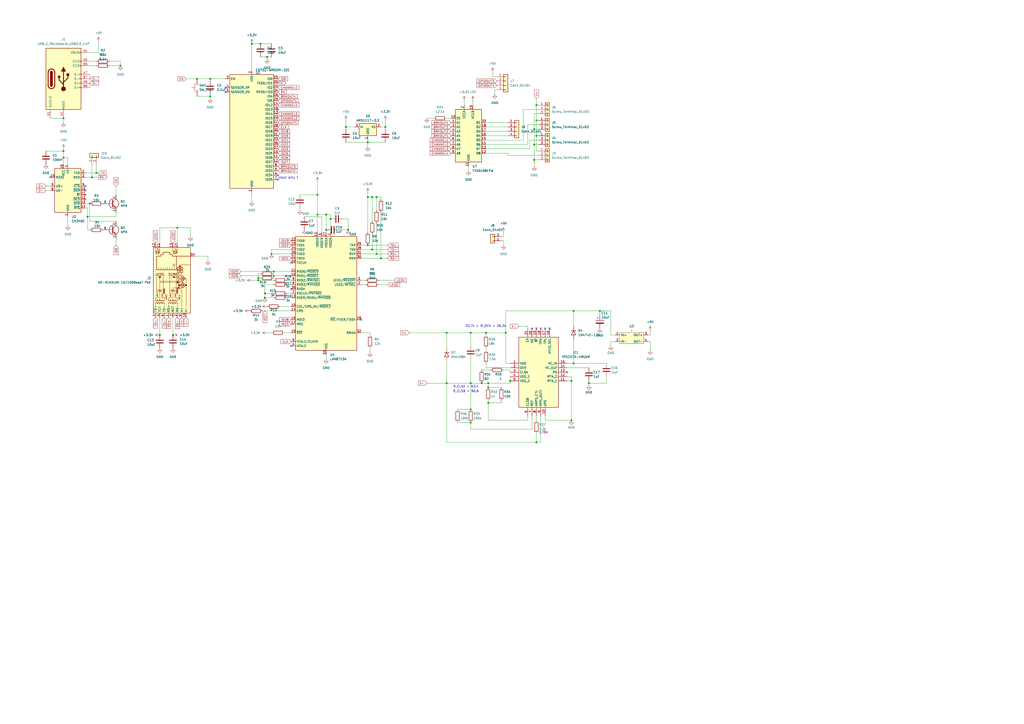
<source format=kicad_sch>
(kicad_sch (version 20231120) (generator "eeschema") (generator_version "8.0")
  (paper "A2")
  (lib_symbols
    (symbol "Connector:Screw_Terminal_01x03" (pin_names (offset 1.016) hide)
      (property "Reference" "J" (at 0 5.08 0))
      (property "Value" "Screw_Terminal_01x03" (at 0 -5.08 0))
      (symbol "Screw_Terminal_01x03_1_1"
        (pin passive line (at -5.08 2.54 0) (length 3.81) (name "Pin_1") (number "1"))
        (pin passive line (at -5.08 0 0) (length 3.81) (name "Pin_2") (number "2"))
        (pin passive line (at -5.08 -2.54 0) (length 3.81) (name "Pin_3") (number "3"))
      )
    )
    (symbol "Connector:USB_C_Receptacle_USB2.0_14P" (pin_names (offset 1.016))
      (property "Reference" "J" (at 0 22.225 0))
      (property "Value" "USB_C_Receptacle_USB2.0_14P" (at 0 19.685 0))
      (symbol "USB_C_Receptacle_USB2.0_14P_1_1"
        (pin passive line (at 0 -22.86 90) (length 5.08) (name "GND") (number "A1"))
        (pin passive line (at 0 -22.86 90) (length 5.08) hide (name "GND") (number "A12"))
        (pin passive line (at 15.24 15.24 180) (length 5.08) (name "VBUS") (number "A4"))
        (pin bidirectional line (at 15.24 10.16 180) (length 5.08) (name "CC1") (number "A5"))
        (pin bidirectional line (at 15.24 -2.54 180) (length 5.08) (name "D+") (number "A6"))
        (pin bidirectional line (at 15.24 2.54 180) (length 5.08) (name "D-") (number "A7"))
        (pin passive line (at 15.24 15.24 180) (length 5.08) hide (name "VBUS") (number "A9"))
        (pin passive line (at 0 -22.86 90) (length 5.08) hide (name "GND") (number "B1"))
        (pin passive line (at 0 -22.86 90) (length 5.08) hide (name "GND") (number "B12"))
        (pin passive line (at 15.24 15.24 180) (length 5.08) hide (name "VBUS") (number "B4"))
        (pin bidirectional line (at 15.24 7.62 180) (length 5.08) (name "CC2") (number "B5"))
        (pin bidirectional line (at 15.24 -5.08 180) (length 5.08) (name "D+") (number "B6"))
        (pin bidirectional line (at 15.24 0 180) (length 5.08) (name "D-") (number "B7"))
        (pin passive line (at 15.24 15.24 180) (length 5.08) hide (name "VBUS") (number "B9"))
        (pin passive line (at -7.62 -22.86 90) (length 5.08) (name "SHIELD") (number "S1"))
      )
    )
    (symbol "Connector_Generic:Conn_01x02" (pin_names (offset 1.016) hide)
      (property "Reference" "J" (at 0 2.54 0))
      (property "Value" "Conn_01x02" (at 0 -5.08 0))
      (symbol "Conn_01x02_1_1"
        (pin passive line (at -5.08 0 0) (length 3.81) (name "Pin_1") (number "1"))
        (pin passive line (at -5.08 -2.54 0) (length 3.81) (name "Pin_2") (number "2"))
      )
    )
    (symbol "Connector_Generic:Conn_01x04" (pin_names (offset 1.016) hide)
      (property "Reference" "J" (at 0 5.08 0))
      (property "Value" "Conn_01x04" (at 0 -7.62 0))
      (symbol "Conn_01x04_1_1"
        (pin passive line (at -5.08 2.54 0) (length 3.81) (name "Pin_1") (number "1"))
        (pin passive line (at -5.08 0 0) (length 3.81) (name "Pin_2") (number "2"))
        (pin passive line (at -5.08 -2.54 0) (length 3.81) (name "Pin_3") (number "3"))
        (pin passive line (at -5.08 -5.08 0) (length 3.81) (name "Pin_4") (number "4"))
      )
    )
    (symbol "Custom:Mini_DC-DC_Buck"
      (property "Reference" "U" (at 0 0 0))
      (symbol "Mini_DC-DC_Buck_1_1"
        (pin input line (at -8.89 -2.54 0) (length 2.54) (name "IN+") (number "1"))
        (pin input line (at -8.89 -6.35 0) (length 2.54) (name "IN-") (number "2"))
        (pin input line (at 10.16 -2.54 180) (length 2.54) (name "OUT+") (number "3"))
        (pin input line (at 10.16 -6.35 180) (length 2.54) (name "OUT-") (number "4"))
      )
    )
    (symbol "Custom:WE-RJ45LAN 10/100BaseT PoE"
      (property "Reference" "J" (at 18.415 12.7 0))
      (property "Value" "WE-RJ45LAN 10/100BaseT PoE" (at -4.445 12.7 0))
      (symbol "WE-RJ45LAN 10/100BaseT PoE_0_0"
        (text "C1" (at 4.699 9.525 0) (effects (font (size 0.889 0.889))))
        (text "C1" (at 10.16 -0.635 0) (effects (font (size 0.889 0.889))))
        (text "C2" (at 4.699 5.715 0) (effects (font (size 0.889 0.889))))
        (text "C3" (at 4.699 1.905 0) (effects (font (size 0.889 0.889))))
        (text "C4" (at 4.699 8.255 0) (effects (font (size 0.889 0.889))))
        (text "C5" (at 4.699 6.985 0) (effects (font (size 0.889 0.889))))
        (text "C6" (at 4.699 -1.905 0) (effects (font (size 0.889 0.889))))
        (text "C7" (at 4.699 0.635 0) (effects (font (size 0.889 0.889))))
        (text "C8" (at 4.699 -0.635 0) (effects (font (size 0.889 0.889))))
        (text "RCV" (at -10.16 -3.81 0) (effects (font (size 1.016 1.016)) (justify left)))
        (text "XMIT" (at -10.16 3.81 0) (effects (font (size 1.016 1.016)) (justify left)))
      )
      (symbol "WE-RJ45LAN 10/100BaseT PoE_1_0"
        (text "1000pF" (at -5.08 -2.54 0) (effects (font (size 0.635 0.635))))
        (text "1000pF" (at -5.08 5.08 0) (effects (font (size 0.635 0.635))))
      )
      (symbol "WE-RJ45LAN 10/100BaseT PoE_1_1"
        (text "75" (at 7.112 -4.953 0) (effects (font (size 0.635 0.635))))
        (text "75" (at 7.112 -3.175 0) (effects (font (size 0.635 0.635))))
        (text "G" (at 19.685 8.89 0) (effects (font (size 0.635 0.635))))
        (text "Y" (at 19.558 -1.27 0) (effects (font (size 0.635 0.635))))
        (pin passive line (at -20.32 2.54 0) (length 2.54) (name "RD+") (number "1"))
        (pin power_out line (at -20.32 -7.62 0) (length 2.54) (name "V-") (number "10"))
        (pin passive line (at 22.86 7.62 180) (length 2.54) (name "") (number "11"))
        (pin passive line (at 22.86 10.16 180) (length 2.54) (name "") (number "12"))
        (pin passive line (at 22.86 0 180) (length 2.54) (name "") (number "13"))
        (pin passive line (at 22.86 -2.54 180) (length 2.54) (name "") (number "14"))
        (pin passive line (at -20.32 -2.54 0) (length 2.54) (name "RD-") (number "2"))
        (pin passive line (at -20.32 0 0) (length 2.54) (name "RCT") (number "3"))
        (pin passive line (at -20.32 10.16 0) (length 2.54) (name "TD+") (number "4"))
        (pin passive line (at -20.32 7.62 0) (length 2.54) (name "TCT") (number "5"))
        (pin passive line (at -20.32 5.08 0) (length 2.54) (name "TD-") (number "6"))
        (pin no_connect line (at 20.32 5.08 0) (length 0) hide (name "NC") (number "8"))
        (pin power_out line (at -20.32 -5.08 0) (length 2.54) (name "V+") (number "9"))
        (pin passive line (at 15.24 -12.7 90) (length 2.54) (name "") (number "SH"))
      )
    )
    (symbol "Device:C" (pin_numbers hide) (pin_names (offset 0.254))
      (property "Reference" "C" (at 0.635 2.54 0))
      (property "Value" "C" (at 0.635 -2.54 0))
      (symbol "C_1_1"
        (pin passive line (at 0 3.81 270) (length 2.794) (name "~") (number "1"))
        (pin passive line (at 0 -3.81 90) (length 2.794) (name "~") (number "2"))
      )
    )
    (symbol "Device:C_Polarized" (pin_numbers hide) (pin_names (offset 0.254))
      (property "Reference" "C" (at 0.635 2.54 0))
      (property "Value" "C_Polarized" (at 0.635 -2.54 0))
      (symbol "C_Polarized_1_1"
        (pin passive line (at 0 3.81 270) (length 2.794) (name "~") (number "1"))
        (pin passive line (at 0 -3.81 90) (length 2.794) (name "~") (number "2"))
      )
    )
    (symbol "Device:R" (pin_numbers hide) (pin_names (offset 0))
      (property "Reference" "R" (at 2.032 0 90))
      (property "Value" "R" (at 0 0 90))
      (symbol "R_1_1"
        (pin passive line (at 0 3.81 270) (length 1.27) (name "~") (number "1"))
        (pin passive line (at 0 -3.81 90) (length 1.27) (name "~") (number "2"))
      )
    )
    (symbol "Diode:1N47xxA" (pin_numbers hide) (pin_names hide)
      (property "Reference" "D" (at 0 2.54 0))
      (property "Value" "1N47xxA" (at 0 -2.54 0))
      (symbol "1N47xxA_1_1"
        (pin passive line (at -3.81 0 0) (length 2.54) (name "K") (number "1"))
        (pin passive line (at 3.81 0 180) (length 2.54) (name "A") (number "2"))
      )
    )
    (symbol "Diode:SMAJ58A" (pin_numbers hide) (pin_names (offset 1.016) hide)
      (property "Reference" "D" (at 0 2.54 0))
      (property "Value" "SMAJ58A" (at 0 -2.54 0))
      (symbol "SMAJ58A_1_1"
        (pin passive line (at -3.81 0 0) (length 2.54) (name "A1") (number "1"))
        (pin passive line (at 3.81 0 180) (length 2.54) (name "A2") (number "2"))
      )
    )
    (symbol "Interface_Ethernet:LAN8710A"
      (property "Reference" "U" (at -13.97 34.29 0))
      (property "Value" "LAN8710A" (at 17.78 34.29 0))
      (symbol "LAN8710A_1_1"
        (pin power_in line (at 2.54 35.56 270) (length 2.54) (name "VDD2A") (number "1"))
        (pin bidirectional line (at -20.32 10.16 0) (length 2.54) (name "RXD1/~{MODE1}") (number "10"))
        (pin bidirectional line (at -20.32 12.7 0) (length 2.54) (name "RXD0/~{MODE0}") (number "11"))
        (pin power_in line (at -5.08 35.56 270) (length 2.54) (name "VDDIO") (number "12"))
        (pin bidirectional line (at -20.32 -2.54 0) (length 2.54) (name "RXER/RXD4/~{PHYAD0}") (number "13"))
        (pin output line (at -20.32 -10.16 0) (length 2.54) (name "CRS") (number "14"))
        (pin bidirectional line (at -20.32 -7.62 0) (length 2.54) (name "COL/CRS_DV/~{MODE2}") (number "15"))
        (pin bidirectional line (at -20.32 -15.24 0) (length 2.54) (name "MDIO") (number "16"))
        (pin input line (at -20.32 -17.78 0) (length 2.54) (name "MDC") (number "17"))
        (pin bidirectional line (at 20.32 -15.24 180) (length 2.54) (name "~{INT}/TXER/TXD4") (number "18"))
        (pin input line (at -20.32 -22.86 0) (length 2.54) (name "~{RST}") (number "19"))
        (pin bidirectional line (at 20.32 5.08 180) (length 2.54) (name "LED2/~{INTSEL}") (number "2"))
        (pin output line (at -20.32 17.78 0) (length 2.54) (name "TXCLK") (number "20"))
        (pin input line (at -20.32 20.32 0) (length 2.54) (name "TXEN") (number "21"))
        (pin input line (at -20.32 30.48 0) (length 2.54) (name "TXD0") (number "22"))
        (pin input line (at -20.32 27.94 0) (length 2.54) (name "TXD1") (number "23"))
        (pin input line (at -20.32 25.4 0) (length 2.54) (name "TXD2") (number "24"))
        (pin input line (at -20.32 22.86 0) (length 2.54) (name "TXD3") (number "25"))
        (pin output line (at -20.32 2.54 0) (length 2.54) (name "RXDV") (number "26"))
        (pin power_in line (at 0 35.56 270) (length 2.54) (name "VDD1A") (number "27"))
        (pin bidirectional line (at 20.32 25.4 180) (length 2.54) (name "TXN") (number "28"))
        (pin bidirectional line (at 20.32 27.94 180) (length 2.54) (name "TXP") (number "29"))
        (pin bidirectional line (at 20.32 7.62 180) (length 2.54) (name "LED1/~{REGOFF}") (number "3"))
        (pin bidirectional line (at 20.32 20.32 180) (length 2.54) (name "RXN") (number "30"))
        (pin bidirectional line (at 20.32 22.86 180) (length 2.54) (name "RXP") (number "31"))
        (pin passive line (at 20.32 -22.86 180) (length 2.54) (name "RBIAS") (number "32"))
        (pin power_in line (at 0 -35.56 90) (length 2.54) (name "VSS") (number "33"))
        (pin output line (at -20.32 -30.48 0) (length 2.54) (name "XTAL2") (number "4"))
        (pin input line (at -20.32 -27.94 0) (length 2.54) (name "XTAL1/CLKIN") (number "5"))
        (pin power_in line (at -2.54 35.56 270) (length 2.54) (name "VDDCR") (number "6"))
        (pin bidirectional line (at -20.32 0 0) (length 2.54) (name "RXCLK/~{PHYAD1}") (number "7"))
        (pin bidirectional line (at -20.32 5.08 0) (length 2.54) (name "RXD3/~{PHYAD2}") (number "8"))
        (pin bidirectional line (at -20.32 7.62 0) (length 2.54) (name "RXD2/~{RMIISEL}") (number "9"))
      )
    )
    (symbol "Interface_USB:CH340C"
      (property "Reference" "U" (at -5.08 13.97 0))
      (property "Value" "CH340C" (at 1.27 13.97 0))
      (symbol "CH340C_1_1"
        (pin power_in line (at 0 -15.24 90) (length 2.54) (name "GND") (number "1"))
        (pin input line (at 10.16 0 180) (length 2.54) (name "~{DSR}") (number "10"))
        (pin input line (at 10.16 -2.54 180) (length 2.54) (name "~{RI}") (number "11"))
        (pin input line (at 10.16 -5.08 180) (length 2.54) (name "~{DCD}") (number "12"))
        (pin output line (at 10.16 -7.62 180) (length 2.54) (name "~{DTR}") (number "13"))
        (pin output line (at 10.16 -10.16 180) (length 2.54) (name "~{RTS}") (number "14"))
        (pin input line (at -10.16 7.62 0) (length 2.54) (name "R232") (number "15"))
        (pin power_in line (at -2.54 15.24 270) (length 2.54) (name "VCC") (number "16"))
        (pin output line (at 10.16 10.16 180) (length 2.54) (name "TXD") (number "2"))
        (pin input line (at 10.16 7.62 180) (length 2.54) (name "RXD") (number "3"))
        (pin power_out line (at 0 15.24 270) (length 2.54) (name "V3") (number "4"))
        (pin bidirectional line (at -10.16 2.54 0) (length 2.54) (name "UD+") (number "5"))
        (pin bidirectional line (at -10.16 0 0) (length 2.54) (name "UD-") (number "6"))
        (pin no_connect line (at -7.62 -5.08 0) (length 2.54) hide (name "NC") (number "7"))
        (pin no_connect line (at -7.62 -7.62 0) (length 2.54) hide (name "NC") (number "8"))
        (pin input line (at 10.16 2.54 180) (length 2.54) (name "~{CTS}") (number "9"))
      )
    )
    (symbol "Logic_LevelTranslator:TXS0108EPW"
      (property "Reference" "U" (at -6.35 16.51 0))
      (property "Value" "TXS0108EPW" (at 3.81 16.51 0))
      (symbol "TXS0108EPW_1_1"
        (pin bidirectional line (at -10.16 7.62 0) (length 2.54) (name "A1") (number "1"))
        (pin input line (at -10.16 10.16 0) (length 2.54) (name "OE") (number "10"))
        (pin power_in line (at 0 -17.78 90) (length 2.54) (name "GND") (number "11"))
        (pin bidirectional line (at 10.16 -10.16 180) (length 2.54) (name "B8") (number "12"))
        (pin bidirectional line (at 10.16 -7.62 180) (length 2.54) (name "B7") (number "13"))
        (pin bidirectional line (at 10.16 -5.08 180) (length 2.54) (name "B6") (number "14"))
        (pin bidirectional line (at 10.16 -2.54 180) (length 2.54) (name "B5") (number "15"))
        (pin bidirectional line (at 10.16 0 180) (length 2.54) (name "B4") (number "16"))
        (pin bidirectional line (at 10.16 2.54 180) (length 2.54) (name "B3") (number "17"))
        (pin bidirectional line (at 10.16 5.08 180) (length 2.54) (name "B2") (number "18"))
        (pin power_in line (at 2.54 17.78 270) (length 2.54) (name "VCCB") (number "19"))
        (pin power_in line (at -2.54 17.78 270) (length 2.54) (name "VCCA") (number "2"))
        (pin bidirectional line (at 10.16 7.62 180) (length 2.54) (name "B1") (number "20"))
        (pin bidirectional line (at -10.16 5.08 0) (length 2.54) (name "A2") (number "3"))
        (pin bidirectional line (at -10.16 2.54 0) (length 2.54) (name "A3") (number "4"))
        (pin bidirectional line (at -10.16 0 0) (length 2.54) (name "A4") (number "5"))
        (pin bidirectional line (at -10.16 -2.54 0) (length 2.54) (name "A5") (number "6"))
        (pin bidirectional line (at -10.16 -5.08 0) (length 2.54) (name "A6") (number "7"))
        (pin bidirectional line (at -10.16 -7.62 0) (length 2.54) (name "A7") (number "8"))
        (pin bidirectional line (at -10.16 -10.16 0) (length 2.54) (name "A8") (number "9"))
      )
    )
    (symbol "RF_Module:ESP32-WROOM-32E"
      (property "Reference" "U" (at -12.7 34.29 0))
      (property "Value" "ESP32-WROOM-32E" (at 1.27 34.29 0))
      (symbol "ESP32-WROOM-32E_1_1"
        (pin power_in line (at 0 -35.56 90) (length 2.54) (name "GND") (number "1"))
        (pin bidirectional line (at 15.24 -12.7 180) (length 2.54) (name "IO25") (number "10"))
        (pin bidirectional line (at 15.24 -15.24 180) (length 2.54) (name "IO26") (number "11"))
        (pin bidirectional line (at 15.24 -17.78 180) (length 2.54) (name "IO27") (number "12"))
        (pin bidirectional line (at 15.24 10.16 180) (length 2.54) (name "IO14") (number "13"))
        (pin bidirectional line (at 15.24 15.24 180) (length 2.54) (name "IO12") (number "14"))
        (pin passive line (at 0 -35.56 90) (length 2.54) hide (name "GND") (number "15"))
        (pin bidirectional line (at 15.24 12.7 180) (length 2.54) (name "IO13") (number "16"))
        (pin no_connect line (at -12.7 -5.08 0) (length 2.54) hide (name "NC") (number "17"))
        (pin no_connect line (at -12.7 -7.62 0) (length 2.54) hide (name "NC") (number "18"))
        (pin no_connect line (at -12.7 -12.7 0) (length 2.54) hide (name "NC") (number "19"))
        (pin power_in line (at 0 35.56 270) (length 2.54) (name "VDD") (number "2"))
        (pin no_connect line (at -12.7 -10.16 0) (length 2.54) hide (name "NC") (number "20"))
        (pin no_connect line (at -12.7 0 0) (length 2.54) hide (name "NC") (number "21"))
        (pin no_connect line (at -12.7 -2.54 0) (length 2.54) hide (name "NC") (number "22"))
        (pin bidirectional line (at 15.24 7.62 180) (length 2.54) (name "IO15") (number "23"))
        (pin bidirectional line (at 15.24 25.4 180) (length 2.54) (name "IO2") (number "24"))
        (pin bidirectional line (at 15.24 30.48 180) (length 2.54) (name "IO0") (number "25"))
        (pin bidirectional line (at 15.24 20.32 180) (length 2.54) (name "IO4") (number "26"))
        (pin bidirectional line (at 15.24 5.08 180) (length 2.54) (name "IO16") (number "27"))
        (pin bidirectional line (at 15.24 2.54 180) (length 2.54) (name "IO17") (number "28"))
        (pin bidirectional line (at 15.24 17.78 180) (length 2.54) (name "IO5") (number "29"))
        (pin input line (at -15.24 30.48 0) (length 2.54) (name "EN") (number "3"))
        (pin bidirectional line (at 15.24 0 180) (length 2.54) (name "IO18") (number "30"))
        (pin bidirectional line (at 15.24 -2.54 180) (length 2.54) (name "IO19") (number "31"))
        (pin no_connect line (at -12.7 -27.94 0) (length 2.54) hide (name "NC") (number "32"))
        (pin bidirectional line (at 15.24 -5.08 180) (length 2.54) (name "IO21") (number "33"))
        (pin bidirectional line (at 15.24 22.86 180) (length 2.54) (name "RXD0/IO3") (number "34"))
        (pin bidirectional line (at 15.24 27.94 180) (length 2.54) (name "TXD0/IO1") (number "35"))
        (pin bidirectional line (at 15.24 -7.62 180) (length 2.54) (name "IO22") (number "36"))
        (pin bidirectional line (at 15.24 -10.16 180) (length 2.54) (name "IO23") (number "37"))
        (pin passive line (at 0 -35.56 90) (length 2.54) hide (name "GND") (number "38"))
        (pin passive line (at 0 -35.56 90) (length 2.54) hide (name "GND") (number "39"))
        (pin input line (at -15.24 25.4 0) (length 2.54) (name "SENSOR_VP") (number "4"))
        (pin input line (at -15.24 22.86 0) (length 2.54) (name "SENSOR_VN") (number "5"))
        (pin input line (at 15.24 -25.4 180) (length 2.54) (name "IO34") (number "6"))
        (pin input line (at 15.24 -27.94 180) (length 2.54) (name "IO35") (number "7"))
        (pin bidirectional line (at 15.24 -20.32 180) (length 2.54) (name "IO32") (number "8"))
        (pin bidirectional line (at 15.24 -22.86 180) (length 2.54) (name "IO33") (number "9"))
      )
    )
    (symbol "Regulator_Linear:AMS1117-3.3"
      (property "Reference" "U" (at -3.81 3.175 0))
      (property "Value" "AMS1117-3.3" (at 0 3.175 0))
      (symbol "AMS1117-3.3_1_1"
        (pin power_in line (at 0 -7.62 90) (length 2.54) (name "GND") (number "1"))
        (pin power_out line (at 7.62 0 180) (length 2.54) (name "VO") (number "2"))
        (pin power_in line (at -7.62 0 0) (length 2.54) (name "VI") (number "3"))
      )
    )
    (symbol "Simulation_SPICE:NPN" (pin_numbers hide) (pin_names (offset 0))
      (property "Reference" "Q" (at -2.54 7.62 0))
      (property "Value" "NPN" (at -2.54 5.08 0))
      (symbol "NPN_1_1"
        (pin open_collector line (at 2.54 5.08 270) (length 2.54) (name "C") (number "1"))
        (pin input line (at -5.08 0 0) (length 2.54) (name "B") (number "2"))
        (pin open_emitter line (at 2.54 -5.08 90) (length 2.54) (name "E") (number "3"))
      )
    )
    (symbol "Switch:SW_Push" (pin_numbers hide) (pin_names (offset 1.016) hide)
      (property "Reference" "SW" (at 1.27 2.54 0))
      (property "Value" "SW_Push" (at 0 -1.524 0))
      (symbol "SW_Push_0_1"
        (pin passive line (at -5.08 0 0) (length 2.54) (name "1") (number "1"))
        (pin passive line (at 5.08 0 180) (length 2.54) (name "2") (number "2"))
      )
    )
    (symbol "TPS2373-4RGWR:TPS2373-4RGWR"
      (property "Reference" "IC" (at 29.21 20.32 0))
      (property "Value" "TPS2373-4RGWR" (at 29.21 17.78 0))
      (symbol "TPS2373-4RGWR_1_1"
        (pin passive line (at 0 0 0) (length 5.08) (name "VDD") (number "1"))
        (pin passive line (at 20.32 -30.48 90) (length 5.08) (name "APD") (number "10"))
        (pin passive line (at 33.02 -10.16 180) (length 5.08) (name "RTN_1") (number "11"))
        (pin passive line (at 33.02 -7.62 180) (length 5.08) (name "RTN_2") (number "12"))
        (pin passive line (at 33.02 -5.08 180) (length 5.08) (name "PG") (number "13"))
        (pin passive line (at 33.02 -2.54 180) (length 5.08) (name "VC_OUT") (number "14"))
        (pin passive line (at 33.02 0 180) (length 5.08) (name "VC_IN") (number "15"))
        (pin passive line (at 22.86 20.32 270) (length 5.08) (name "UVLO_SEL") (number "16"))
        (pin passive line (at 20.32 20.32 270) (length 5.08) (name "TPL") (number "17"))
        (pin passive line (at 17.78 20.32 270) (length 5.08) (name "TPH") (number "18"))
        (pin passive line (at 15.24 20.32 270) (length 5.08) (name "~{BT}") (number "19"))
        (pin passive line (at 0 -2.54 0) (length 5.08) (name "DEN") (number "2"))
        (pin no_connect line (at 12.7 20.32 270) (length 5.08) (name "NC") (number "20"))
        (pin passive line (at 10.16 20.32 270) (length 5.08) (name "EP") (number "21"))
        (pin passive line (at 0 -5.08 0) (length 5.08) (name "CLSA") (number "3"))
        (pin passive line (at 0 -7.62 0) (length 5.08) (name "VSS_1") (number "4"))
        (pin passive line (at 0 -10.16 0) (length 5.08) (name "VSS_2") (number "5"))
        (pin passive line (at 10.16 -30.48 90) (length 5.08) (name "CLSB") (number "6"))
        (pin passive line (at 12.7 -30.48 90) (length 5.08) (name "REF") (number "7"))
        (pin passive line (at 15.24 -30.48 90) (length 5.08) (name "AMPS_CTL") (number "8"))
        (pin passive line (at 17.78 -30.48 90) (length 5.08) (name "MPS_DUTY") (number "9"))
      )
    )
    (symbol "power:+3.3V" (power) (pin_numbers hide) (pin_names (offset 0) hide)
      (property "Value" "+3.3V" (at 0 3.556 0))
      (symbol "+3.3V_1_1"
        (pin power_in line (at 0 0 90) (length 0) (name "~") (number "1"))
      )
    )
    (symbol "power:+5V" (power) (pin_numbers hide) (pin_names (offset 0) hide)
      (property "Value" "+5V" (at 0 3.556 0))
      (symbol "+5V_1_1"
        (pin power_in line (at 0 0 90) (length 0) (name "~") (number "1"))
      )
    )
    (symbol "power:GND" (power) (pin_numbers hide) (pin_names (offset 0) hide)
      (property "Value" "GND" (at 0 -3.81 0))
      (symbol "GND_1_1"
        (pin power_in line (at 0 0 270) (length 0) (name "~") (number "1"))
      )
    )
  )
  (junction (at 146.05 25.4))
  (junction (at 273.05 237.49))
  (junction (at 52.07 118.11))
  (junction (at 331.47 243.84))
  (junction (at 121.92 45.72))
  (junction (at 149.86 161.29))
  (junction (at 121.92 55.88))
  (junction (at 309.88 83.82))
  (junction (at 153.67 172.72))
  (junction (at 347.98 180.34))
  (junction (at 69.85 38.1))
  (junction (at 220.98 149.86))
  (junction (at 149.86 162.56))
  (junction (at 189.23 133.35))
  (junction (at 158.75 157.48))
  (junction (at 184.15 113.03))
  (junction (at 215.9 144.78))
  (junction (at 273.05 245.11))
  (junction (at 283.21 233.68))
  (junction (at 189.23 124.46))
  (junction (at 215.9 114.3))
  (junction (at 332.74 180.34))
  (junction (at 184.15 124.46))
  (junction (at 311.15 60.96))
  (junction (at 36.83 68.58))
  (junction (at 311.15 256.54))
  (junction (at 213.36 142.24))
  (junction (at 55.88 100.33))
  (junction (at 36.83 91.44))
  (junction (at 293.37 193.04))
  (junction (at 273.05 193.04))
  (junction (at 341.63 222.25))
  (junction (at 295.91 220.98))
  (junction (at 259.08 222.25))
  (junction (at 311.15 78.74))
  (junction (at 213.36 82.55))
  (junction (at 213.36 114.3))
  (junction (at 158.75 160.02))
  (junction (at 273.05 222.25))
  (junction (at 279.4 222.25))
  (junction (at 154.94 33.02))
  (junction (at 157.48 147.32))
  (junction (at 153.67 170.18))
  (junction (at 151.13 25.4))
  (junction (at 191.77 127))
  (junction (at 331.47 220.98))
  (junction (at 218.44 147.32))
  (junction (at 50.8 125.73))
  (junction (at 283.21 222.25))
  (junction (at 223.52 73.66))
  (junction (at 332.74 210.82))
  (junction (at 114.3 45.72))
  (junction (at 283.21 224.79))
  (junction (at 281.94 193.04))
  (junction (at 200.66 73.66))
  (junction (at 309.88 92.71))
  (junction (at 100.33 194.31))
  (junction (at 92.71 194.31))
  (junction (at 102.87 132.08))
  (junction (at 259.08 193.04))
  (junction (at 311.15 69.85))
  (junction (at 309.88 74.93))
  (junction (at 218.44 114.3))
  (junction (at 201.93 133.35))
  (junction (at 36.83 87.63))
  (junction (at 53.34 102.87))
  (no_connect (at 130.81 53.34))
  (no_connect (at 313.69 190.5))
  (no_connect (at 161.29 101.6))
  (no_connect (at 168.91 200.66))
  (no_connect (at 161.29 104.14))
  (no_connect (at 49.53 110.49))
  (no_connect (at 311.15 190.5))
  (no_connect (at 209.55 185.42))
  (no_connect (at 49.53 107.95))
  (no_connect (at 328.93 215.9))
  (no_connect (at 130.81 50.8))
  (no_connect (at 316.23 190.5))
  (no_connect (at 168.91 152.4))
  (no_connect (at 29.21 102.87))
  (no_connect (at 168.91 167.64))
  (no_connect (at 49.53 115.57))
  (no_connect (at 161.29 63.5))
  (no_connect (at 49.53 113.03))
  (no_connect (at 318.77 190.5))
  (wire (pts (xy 293.37 180.34) (xy 293.37 193.04)))
  (wire (pts (xy 356.87 198.12) (xy 354.33 198.12)))
  (wire (pts (xy 306.07 72.39) (xy 312.42 72.39)))
  (wire (pts (xy 213.36 114.3) (xy 213.36 134.62)))
  (wire (pts (xy 271.78 96.52) (xy 271.78 99.06)))
  (wire (pts (xy 209.55 162.56) (xy 212.09 162.56)))
  (wire (pts (xy 158.75 170.18) (xy 153.67 170.18)))
  (wire (pts (xy 312.42 66.04) (xy 309.88 66.04)))
  (wire (pts (xy 168.91 165.1) (xy 166.37 165.1)))
  (wire (pts (xy 52.07 43.18) (xy 52.07 45.72)))
  (wire (pts (xy 309.88 66.04) (xy 309.88 74.93)))
  (wire (pts (xy 224.79 147.32) (xy 218.44 147.32)))
  (wire (pts (xy 308.61 248.92) (xy 308.61 241.3)))
  (wire (pts (xy 146.05 111.76) (xy 146.05 116.84)))
  (wire (pts (xy 281.94 71.12) (xy 294.64 71.12)))
  (wire (pts (xy 288.29 52.07) (xy 287.02 52.07)))
  (wire (pts (xy 292.1 139.7) (xy 292.1 142.24)))
  (wire (pts (xy 341.63 220.98) (xy 341.63 222.25)))
  (wire (pts (xy 55.88 95.25) (xy 55.88 100.33)))
  (wire (pts (xy 121.92 54.61) (xy 121.92 55.88)))
  (wire (pts (xy 281.94 194.31) (xy 281.94 193.04)))
  (wire (pts (xy 279.4 214.63) (xy 284.48 214.63)))
  (wire (pts (xy 63.5 35.56) (xy 69.85 35.56)))
  (wire (pts (xy 152.4 180.34) (xy 168.91 180.34)))
  (wire (pts (xy 332.74 180.34) (xy 332.74 189.23)))
  (wire (pts (xy 309.88 92.71) (xy 309.88 96.52)))
  (wire (pts (xy 121.92 55.88) (xy 121.92 57.15)))
  (wire (pts (xy 215.9 135.89) (xy 215.9 144.78)))
  (wire (pts (xy 176.53 125.73) (xy 186.69 125.73)))
  (wire (pts (xy 157.48 144.78) (xy 157.48 147.32)))
  (wire (pts (xy 189.23 133.35) (xy 189.23 134.62)))
  (wire (pts (xy 55.88 100.33) (xy 49.53 100.33)))
  (wire (pts (xy 39.37 125.73) (xy 39.37 130.81)))
  (wire (pts (xy 166.37 172.72) (xy 168.91 172.72)))
  (wire (pts (xy 311.15 57.15) (xy 311.15 60.96)))
  (wire (pts (xy 312.42 69.85) (xy 311.15 69.85)))
  (wire (pts (xy 29.21 107.95) (xy 26.67 107.95)))
  (wire (pts (xy 191.77 124.46) (xy 189.23 124.46)))
  (wire (pts (xy 259.08 222.25) (xy 273.05 222.25)))
  (wire (pts (xy 273.05 222.25) (xy 279.4 222.25)))
  (wire (pts (xy 274.32 58.42) (xy 274.32 60.96)))
  (wire (pts (xy 309.88 74.93) (xy 309.88 83.82)))
  (wire (pts (xy 201.93 127) (xy 201.93 133.35)))
  (wire (pts (xy 273.05 245.11) (xy 273.05 248.92)))
  (wire (pts (xy 52.07 38.1) (xy 55.88 38.1)))
  (wire (pts (xy 209.55 149.86) (xy 220.98 149.86)))
  (wire (pts (xy 157.48 147.32) (xy 168.91 147.32)))
  (wire (pts (xy 200.66 73.66) (xy 200.66 74.93)))
  (wire (pts (xy 332.74 180.34) (xy 347.98 180.34)))
  (wire (pts (xy 214.63 193.04) (xy 214.63 194.31)))
  (wire (pts (xy 306.07 83.82) (xy 306.07 72.39)))
  (wire (pts (xy 168.91 162.56) (xy 166.37 162.56)))
  (wire (pts (xy 153.67 170.18) (xy 153.67 172.72)))
  (wire (pts (xy 354.33 194.31) (xy 356.87 194.31)))
  (wire (pts (xy 273.05 237.49) (xy 273.05 222.25)))
  (wire (pts (xy 331.47 220.98) (xy 328.93 220.98)))
  (wire (pts (xy 312.42 92.71) (xy 309.88 92.71)))
  (wire (pts (xy 120.65 148.59) (xy 120.65 151.13)))
  (wire (pts (xy 92.71 140.97) (xy 92.71 132.08)))
  (wire (pts (xy 273.05 248.92) (xy 308.61 248.92)))
  (wire (pts (xy 196.85 133.35) (xy 201.93 133.35)))
  (wire (pts (xy 220.98 149.86) (xy 224.79 149.86)))
  (wire (pts (xy 218.44 114.3) (xy 220.98 114.3)))
  (wire (pts (xy 149.86 158.75) (xy 149.86 161.29)))
  (wire (pts (xy 213.36 82.55) (xy 213.36 81.28)))
  (wire (pts (xy 219.71 162.56) (xy 228.6 162.56)))
  (wire (pts (xy 107.95 45.72) (xy 114.3 45.72)))
  (wire (pts (xy 52.07 48.26) (xy 52.07 50.8)))
  (wire (pts (xy 209.55 165.1) (xy 212.09 165.1)))
  (wire (pts (xy 281.94 213.36) (xy 295.91 213.36)))
  (wire (pts (xy 213.36 111.76) (xy 213.36 114.3)))
  (wire (pts (xy 52.07 35.56) (xy 55.88 35.56)))
  (wire (pts (xy 189.23 124.46) (xy 184.15 124.46)))
  (wire (pts (xy 36.83 86.36) (xy 36.83 87.63)))
  (wire (pts (xy 311.15 256.54) (xy 259.08 256.54)))
  (wire (pts (xy 146.05 162.56) (xy 149.86 162.56)))
  (wire (pts (xy 311.15 69.85) (xy 311.15 60.96)))
  (wire (pts (xy 295.91 218.44) (xy 295.91 220.98)))
  (wire (pts (xy 306.07 243.84) (xy 306.07 241.3)))
  (wire (pts (xy 213.36 82.55) (xy 213.36 85.09)))
  (wire (pts (xy 36.83 91.44) (xy 36.83 95.25)))
  (wire (pts (xy 102.87 132.08) (xy 102.87 140.97)))
  (wire (pts (xy 283.21 224.79) (xy 290.83 224.79)))
  (wire (pts (xy 39.37 95.25) (xy 39.37 91.44)))
  (wire (pts (xy 139.7 160.02) (xy 158.75 160.02)))
  (wire (pts (xy 281.94 73.66) (xy 294.64 73.66)))
  (wire (pts (xy 300.99 189.23) (xy 306.07 189.23)))
  (wire (pts (xy 312.42 87.63) (xy 311.15 87.63)))
  (wire (pts (xy 121.92 45.72) (xy 130.81 45.72)))
  (wire (pts (xy 151.13 25.4) (xy 157.48 25.4)))
  (wire (pts (xy 213.36 82.55) (xy 223.52 82.55)))
  (wire (pts (xy 293.37 210.82) (xy 295.91 210.82)))
  (wire (pts (xy 168.91 144.78) (xy 157.48 144.78)))
  (wire (pts (xy 223.52 73.66) (xy 223.52 74.93)))
  (wire (pts (xy 50.8 125.73) (xy 67.31 125.73)))
  (wire (pts (xy 49.53 118.11) (xy 52.07 118.11)))
  (wire (pts (xy 312.42 78.74) (xy 311.15 78.74)))
  (wire (pts (xy 191.77 127) (xy 191.77 134.62)))
  (wire (pts (xy 292.1 137.16) (xy 292.1 134.62)))
  (wire (pts (xy 67.31 123.19) (xy 67.31 125.73)))
  (wire (pts (xy 281.94 78.74) (xy 294.64 78.74)))
  (wire (pts (xy 220.98 73.66) (xy 223.52 73.66)))
  (wire (pts (xy 213.36 142.24) (xy 209.55 142.24)))
  (wire (pts (xy 191.77 124.46) (xy 191.77 127)))
  (wire (pts (xy 50.8 125.73) (xy 50.8 120.65)))
  (wire (pts (xy 307.34 81.28) (xy 312.42 81.28)))
  (wire (pts (xy 184.15 124.46) (xy 184.15 134.62)))
  (wire (pts (xy 313.69 241.3) (xy 313.69 256.54)))
  (wire (pts (xy 375.92 198.12) (xy 377.19 198.12)))
  (wire (pts (xy 67.31 142.24) (xy 67.31 138.43)))
  (wire (pts (xy 200.66 69.85) (xy 200.66 73.66)))
  (wire (pts (xy 283.21 243.84) (xy 306.07 243.84)))
  (wire (pts (xy 189.23 205.74) (xy 189.23 208.28)))
  (wire (pts (xy 295.91 215.9) (xy 295.91 214.63)))
  (wire (pts (xy 162.56 177.8) (xy 168.91 177.8)))
  (wire (pts (xy 295.91 222.25) (xy 295.91 220.98)))
  (wire (pts (xy 154.94 193.04) (xy 157.48 193.04)))
  (wire (pts (xy 158.75 160.02) (xy 168.91 160.02)))
  (wire (pts (xy 259.08 256.54) (xy 259.08 222.25)))
  (wire (pts (xy 331.47 243.84) (xy 331.47 220.98)))
  (wire (pts (xy 158.75 165.1) (xy 153.67 165.1)))
  (wire (pts (xy 283.21 233.68) (xy 283.21 243.84)))
  (wire (pts (xy 279.4 222.25) (xy 283.21 222.25)))
  (wire (pts (xy 311.15 251.46) (xy 311.15 256.54)))
  (wire (pts (xy 57.15 30.48) (xy 57.15 24.13)))
  (wire (pts (xy 351.79 218.44) (xy 351.79 222.25)))
  (wire (pts (xy 154.94 33.02) (xy 154.94 34.29)))
  (wire (pts (xy 237.49 193.04) (xy 259.08 193.04)))
  (wire (pts (xy 63.5 38.1) (xy 69.85 38.1)))
  (wire (pts (xy 312.42 74.93) (xy 309.88 74.93)))
  (wire (pts (xy 273.05 208.28) (xy 273.05 222.25)))
  (wire (pts (xy 281.94 81.28) (xy 303.53 81.28)))
  (wire (pts (xy 114.3 45.72) (xy 121.92 45.72)))
  (wire (pts (xy 224.79 144.78) (xy 215.9 144.78)))
  (wire (pts (xy 332.74 196.85) (xy 332.74 210.82)))
  (wire (pts (xy 377.19 194.31) (xy 377.19 191.77)))
  (wire (pts (xy 67.31 128.27) (xy 52.07 128.27)))
  (wire (pts (xy 265.43 245.11) (xy 273.05 245.11)))
  (wire (pts (xy 121.92 45.72) (xy 121.92 46.99)))
  (wire (pts (xy 151.13 33.02) (xy 154.94 33.02)))
  (wire (pts (xy 149.86 161.29) (xy 151.13 161.29)))
  (wire (pts (xy 57.15 102.87) (xy 53.34 102.87)))
  (wire (pts (xy 341.63 222.25) (xy 341.63 223.52)))
  (wire (pts (xy 110.49 132.08) (xy 110.49 137.16)))
  (wire (pts (xy 53.34 102.87) (xy 49.53 102.87)))
  (wire (pts (xy 209.55 193.04) (xy 214.63 193.04)))
  (wire (pts (xy 281.94 203.2) (xy 281.94 201.93)))
  (wire (pts (xy 316.23 241.3) (xy 316.23 243.84)))
  (wire (pts (xy 146.05 25.4) (xy 146.05 40.64)))
  (wire (pts (xy 293.37 180.34) (xy 332.74 180.34)))
  (wire (pts (xy 354.33 180.34) (xy 354.33 194.31)))
  (wire (pts (xy 39.37 91.44) (xy 36.83 91.44)))
  (wire (pts (xy 113.03 148.59) (xy 120.65 148.59)))
  (wire (pts (xy 26.67 87.63) (xy 36.83 87.63)))
  (wire (pts (xy 265.43 237.49) (xy 273.05 237.49)))
  (wire (pts (xy 247.65 68.58) (xy 251.46 68.58)))
  (wire (pts (xy 29.21 110.49) (xy 26.67 110.49)))
  (wire (pts (xy 273.05 193.04) (xy 281.94 193.04)))
  (wire (pts (xy 215.9 144.78) (xy 209.55 144.78)))
  (wire (pts (xy 341.63 222.25) (xy 351.79 222.25)))
  (wire (pts (xy 294.64 88.9) (xy 294.64 90.17)))
  (wire (pts (xy 50.8 120.65) (xy 49.53 120.65)))
  (wire (pts (xy 151.13 158.75) (xy 149.86 158.75)))
  (wire (pts (xy 52.07 128.27) (xy 52.07 118.11)))
  (wire (pts (xy 290.83 232.41) (xy 290.83 233.68)))
  (wire (pts (xy 224.79 142.24) (xy 213.36 142.24)))
  (wire (pts (xy 311.15 241.3) (xy 311.15 243.84)))
  (wire (pts (xy 186.69 125.73) (xy 186.69 134.62)))
  (wire (pts (xy 311.15 60.96) (xy 312.42 60.96)))
  (wire (pts (xy 218.44 129.54) (xy 218.44 147.32)))
  (wire (pts (xy 259.08 209.55) (xy 259.08 222.25)))
  (wire (pts (xy 285.75 44.45) (xy 288.29 44.45)))
  (wire (pts (xy 199.39 127) (xy 201.93 127)))
  (wire (pts (xy 69.85 35.56) (xy 69.85 38.1)))
  (wire (pts (xy 283.21 222.25) (xy 295.91 222.25)))
  (wire (pts (xy 218.44 114.3) (xy 215.9 114.3)))
  (wire (pts (xy 328.93 210.82) (xy 332.74 210.82)))
  (wire (pts (xy 168.91 170.18) (xy 166.37 170.18)))
  (wire (pts (xy 57.15 100.33) (xy 55.88 100.33)))
  (wire (pts (xy 316.23 243.84) (xy 331.47 243.84)))
  (wire (pts (xy 354.33 180.34) (xy 347.98 180.34)))
  (wire (pts (xy 281.94 193.04) (xy 293.37 193.04)))
  (wire (pts (xy 306.07 189.23) (xy 306.07 190.5)))
  (wire (pts (xy 309.88 83.82) (xy 309.88 92.71)))
  (wire (pts (xy 303.53 63.5) (xy 312.42 63.5)))
  (wire (pts (xy 219.71 165.1) (xy 224.79 165.1)))
  (wire (pts (xy 200.66 73.66) (xy 205.74 73.66)))
  (wire (pts (xy 220.98 115.57) (xy 220.98 114.3)))
  (wire (pts (xy 303.53 81.28) (xy 303.53 63.5)))
  (wire (pts (xy 283.21 232.41) (xy 283.21 233.68)))
  (wire (pts (xy 311.15 69.85) (xy 311.15 78.74)))
  (wire (pts (xy 184.15 105.41) (xy 184.15 113.03)))
  (wire (pts (xy 158.75 157.48) (xy 158.75 158.75)))
  (wire (pts (xy 52.07 133.35) (xy 50.8 133.35)))
  (wire (pts (xy 293.37 193.04) (xy 293.37 210.82)))
  (wire (pts (xy 218.44 121.92) (xy 218.44 114.3)))
  (wire (pts (xy 292.1 214.63) (xy 295.91 214.63)))
  (wire (pts (xy 223.52 69.85) (xy 223.52 73.66)))
  (wire (pts (xy 331.47 218.44) (xy 328.93 218.44)))
  (wire (pts (xy 313.69 256.54) (xy 311.15 256.54)))
  (wire (pts (xy 281.94 88.9) (xy 294.64 88.9)))
  (wire (pts (xy 331.47 220.98) (xy 331.47 218.44)))
  (wire (pts (xy 287.02 52.07) (xy 287.02 54.61)))
  (wire (pts (xy 100.33 184.15) (xy 100.33 194.31)))
  (wire (pts (xy 259.08 68.58) (xy 261.62 68.58)))
  (wire (pts (xy 153.67 165.1) (xy 153.67 170.18)))
  (wire (pts (xy 290.83 137.16) (xy 292.1 137.16)))
  (wire (pts (xy 102.87 132.08) (xy 110.49 132.08)))
  (wire (pts (xy 139.7 157.48) (xy 158.75 157.48)))
  (wire (pts (xy 218.44 147.32) (xy 209.55 147.32)))
  (wire (pts (xy 215.9 128.27) (xy 215.9 114.3)))
  (wire (pts (xy 158.75 157.48) (xy 168.91 157.48)))
  (wire (pts (xy 269.24 58.42) (xy 269.24 60.96)))
  (wire (pts (xy 158.75 160.02) (xy 158.75 161.29)))
  (wire (pts (xy 354.33 198.12) (xy 354.33 200.66)))
  (wire (pts (xy 377.19 198.12) (xy 377.19 203.2)))
  (wire (pts (xy 184.15 113.03) (xy 184.15 124.46)))
  (wire (pts (xy 259.08 201.93) (xy 259.08 193.04)))
  (wire (pts (xy 149.86 161.29) (xy 149.86 162.56)))
  (wire (pts (xy 281.94 76.2) (xy 294.64 76.2)))
  (wire (pts (xy 189.23 124.46) (xy 189.23 133.35)))
  (wire (pts (xy 220.98 123.19) (xy 220.98 149.86)))
  (wire (pts (xy 29.21 68.58) (xy 36.83 68.58)))
  (wire (pts (xy 247.65 222.25) (xy 259.08 222.25)))
  (wire (pts (xy 50.8 133.35) (xy 50.8 125.73)))
  (wire (pts (xy 214.63 201.93) (xy 214.63 204.47)))
  (wire (pts (xy 285.75 41.91) (xy 285.75 44.45)))
  (wire (pts (xy 114.3 55.88) (xy 121.92 55.88)))
  (wire (pts (xy 149.86 162.56) (xy 158.75 162.56)))
  (wire (pts (xy 173.99 121.92) (xy 173.99 120.65)))
  (wire (pts (xy 146.05 25.4) (xy 151.13 25.4)))
  (wire (pts (xy 154.94 33.02) (xy 157.48 33.02)))
  (wire (pts (xy 259.08 193.04) (xy 273.05 193.04)))
  (wire (pts (xy 67.31 113.03) (xy 67.31 107.95)))
  (wire (pts (xy 294.64 90.17) (xy 312.42 90.17)))
  (wire (pts (xy 165.1 193.04) (xy 168.91 193.04)))
  (wire (pts (xy 281.94 83.82) (xy 306.07 83.82)))
  (wire (pts (xy 281.94 210.82) (xy 281.94 213.36)))
  (wire (pts (xy 273.05 193.04) (xy 273.05 200.66)))
  (wire (pts (xy 307.34 86.36) (xy 307.34 81.28)))
  (wire (pts (xy 290.83 139.7) (xy 292.1 139.7)))
  (wire (pts (xy 332.74 210.82) (xy 351.79 210.82)))
  (wire (pts (xy 53.34 95.25) (xy 53.34 102.87)))
  (wire (pts (xy 328.93 213.36) (xy 341.63 213.36)))
  (wire (pts (xy 173.99 113.03) (xy 184.15 113.03)))
  (wire (pts (xy 92.71 132.08) (xy 102.87 132.08)))
  (wire (pts (xy 36.83 68.58) (xy 36.83 71.12)))
  (wire (pts (xy 153.67 172.72) (xy 158.75 172.72)))
  (wire (pts (xy 375.92 194.31) (xy 377.19 194.31)))
  (wire (pts (xy 52.07 30.48) (xy 57.15 30.48)))
  (wire (pts (xy 311.15 78.74) (xy 311.15 87.63)))
  (wire (pts (xy 312.42 83.82) (xy 309.88 83.82)))
  (wire (pts (xy 200.66 82.55) (xy 213.36 82.55)))
  (wire (pts (xy 283.21 233.68) (xy 290.83 233.68)))
  (wire (pts (xy 281.94 86.36) (xy 307.34 86.36)))
  (wire (pts (xy 283.21 222.25) (xy 283.21 224.79)))
  (wire (pts (xy 215.9 114.3) (xy 213.36 114.3)))
  (wire (pts (xy 347.98 182.88) (xy 347.98 180.34)))
  (wire (pts (xy 36.83 87.63) (xy 36.83 91.44)))
  (wire (pts (xy 92.71 184.15) (xy 92.71 194.31)))
  (text "R_CLSA = 63.4" (at 270.256 224.282 0) (effects (font (size 1.27 1.27))))
  (text "R_CLSB = 90.9" (at 270.256 227.076 0) (effects (font (size 1.27 1.27))))
  (text "Input only !" (at 167.132 103.124 0) (effects (font (size 1.27 1.27))))
  (text "23.7k < R_DEN < 26.3k " (at 282.194 189.23 0) (effects (font (size 1.27 1.27))))
  (global_label "BRKOUT2" (shape input) (at 261.62 76.2 180) (property "Intersheetrefs" "${INTERSHEET_REFS}" (effects (hide yes))))
  (global_label "TX" (shape output) (at 161.29 48.26 0) (property "Intersheetrefs" "${INTERSHEET_REFS}" (effects (hide yes))))
  (global_label "LED1" (shape input) (at 228.6 162.56 0) (property "Intersheetrefs" "${INTERSHEET_REFS}" (effects (hide yes))))
  (global_label "IO26" (shape input) (at 161.29 91.44 0) (property "Intersheetrefs" "${INTERSHEET_REFS}" (effects (hide yes))))
  (global_label "CHANNEL2" (shape input) (at 261.62 83.82 180) (property "Intersheetrefs" "${INTERSHEET_REFS}" (effects (hide yes))))
  (global_label "CHANNEL1" (shape input) (at 261.62 81.28 180) (property "Intersheetrefs" "${INTERSHEET_REFS}" (effects (hide yes))))
  (global_label "CLK" (shape input) (at 168.91 198.12 180) (property "Intersheetrefs" "${INTERSHEET_REFS}" (effects (hide yes))))
  (global_label "LED2" (shape input) (at 100.33 140.97 90) (property "Intersheetrefs" "${INTERSHEET_REFS}" (effects (hide yes))))
  (global_label "IO0" (shape input) (at 67.31 142.24 270) (property "Intersheetrefs" "${INTERSHEET_REFS}" (effects (hide yes))))
  (global_label "V+" (shape input) (at 237.49 193.04 180) (property "Intersheetrefs" "${INTERSHEET_REFS}" (effects (hide yes))))
  (global_label "IO19" (shape input) (at 168.91 139.7 180) (property "Intersheetrefs" "${INTERSHEET_REFS}" (effects (hide yes))))
  (global_label "CHANNEL2" (shape input) (at 161.29 68.58 0) (property "Intersheetrefs" "${INTERSHEET_REFS}" (effects (hide yes))))
  (global_label "BRKOUT3" (shape input) (at 261.62 73.66 180) (property "Intersheetrefs" "${INTERSHEET_REFS}" (effects (hide yes))))
  (global_label "LED1" (shape input) (at 90.17 140.97 90) (property "Intersheetrefs" "${INTERSHEET_REFS}" (effects (hide yes))))
  (global_label "IO26" (shape input) (at 139.7 160.02 180) (property "Intersheetrefs" "${INTERSHEET_REFS}" (effects (hide yes))))
  (global_label "IO27" (shape input) (at 161.29 93.98 0) (property "Intersheetrefs" "${INTERSHEET_REFS}" (effects (hide yes))))
  (global_label "RX" (shape output) (at 57.15 102.87 0) (property "Intersheetrefs" "${INTERSHEET_REFS}" (effects (hide yes))))
  (global_label "CHANNEL1" (shape input) (at 161.29 50.8 0) (property "Intersheetrefs" "${INTERSHEET_REFS}" (effects (hide yes))))
  (global_label "IO21" (shape input) (at 161.29 81.28 0) (property "Intersheetrefs" "${INTERSHEET_REFS}" (effects (hide yes))))
  (global_label "RD-" (shape input) (at 224.79 149.86 0) (property "Intersheetrefs" "${INTERSHEET_REFS}" (effects (hide yes))))
  (global_label "IO25" (shape input) (at 139.7 157.48 180) (property "Intersheetrefs" "${INTERSHEET_REFS}" (effects (hide yes))))
  (global_label "TX" (shape input) (at 57.15 100.33 0) (property "Intersheetrefs" "${INTERSHEET_REFS}" (effects (hide yes))))
  (global_label "IO22" (shape input) (at 161.29 83.82 0) (property "Intersheetrefs" "${INTERSHEET_REFS}" (effects (hide yes))))
  (global_label "CHANNEL4" (shape input) (at 261.62 88.9 180) (property "Intersheetrefs" "${INTERSHEET_REFS}" (effects (hide yes))))
  (global_label "IO0" (shape input) (at 161.29 45.72 0) (property "Intersheetrefs" "${INTERSHEET_REFS}" (effects (hide yes))))
  (global_label "BRKOUT3" (shape input) (at 161.29 96.52 0) (property "Intersheetrefs" "${INTERSHEET_REFS}" (effects (hide yes))))
  (global_label "RX" (shape input) (at 161.29 53.34 0) (property "Intersheetrefs" "${INTERSHEET_REFS}" (effects (hide yes))))
  (global_label "CHANNEL3" (shape input) (at 261.62 86.36 180) (property "Intersheetrefs" "${INTERSHEET_REFS}" (effects (hide yes))))
  (global_label "D-" (shape input) (at 26.67 110.49 180) (property "Intersheetrefs" "${INTERSHEET_REFS}" (effects (hide yes))))
  (global_label "BRKOUT4" (shape input) (at 161.29 55.88 0) (property "Intersheetrefs" "${INTERSHEET_REFS}" (effects (hide yes))))
  (global_label "IO23" (shape input) (at 161.29 86.36 0) (property "Intersheetrefs" "${INTERSHEET_REFS}" (effects (hide yes))))
  (global_label "CHANNEL3" (shape input) (at 161.29 66.04 0) (property "Intersheetrefs" "${INTERSHEET_REFS}" (effects (hide yes))))
  (global_label "TD-" (shape input) (at 224.79 144.78 0) (property "Intersheetrefs" "${INTERSHEET_REFS}" (effects (hide yes))))
  (global_label "EN" (shape input) (at 67.31 107.95 90) (property "Intersheetrefs" "${INTERSHEET_REFS}" (effects (hide yes))))
  (global_label "RD-" (shape input) (at 102.87 184.15 270) (property "Intersheetrefs" "${INTERSHEET_REFS}" (effects (hide yes))))
  (global_label "V-" (shape input) (at 107.95 184.15 270) (property "Intersheetrefs" "${INTERSHEET_REFS}" (effects (hide yes))))
  (global_label "GPIOOUT3" (shape input) (at 288.29 46.99 180) (property "Intersheetrefs" "${INTERSHEET_REFS}" (effects (hide yes))))
  (global_label "IO27" (shape input) (at 153.67 180.34 270) (property "Intersheetrefs" "${INTERSHEET_REFS}" (effects (hide yes))))
  (global_label "V+" (shape input) (at 311.15 57.15 90) (property "Intersheetrefs" "${INTERSHEET_REFS}" (effects (hide yes))))
  (global_label "BRKOUT2" (shape input) (at 161.29 99.06 0) (property "Intersheetrefs" "${INTERSHEET_REFS}" (effects (hide yes))))
  (global_label "D-" (shape input) (at 52.07 45.72 0) (property "Intersheetrefs" "${INTERSHEET_REFS}" (effects (hide yes))))
  (global_label "LED2" (shape input) (at 224.79 165.1 0) (property "Intersheetrefs" "${INTERSHEET_REFS}" (effects (hide yes))))
  (global_label "IO18" (shape input) (at 161.29 76.2 0) (property "Intersheetrefs" "${INTERSHEET_REFS}" (effects (hide yes))))
  (global_label "TD-" (shape input) (at 95.25 184.15 270) (property "Intersheetrefs" "${INTERSHEET_REFS}" (effects (hide yes))))
  (global_label "RD+" (shape input) (at 97.79 184.15 270) (property "Intersheetrefs" "${INTERSHEET_REFS}" (effects (hide yes))))
  (global_label "GPIOOUT4" (shape input) (at 161.29 58.42 0) (property "Intersheetrefs" "${INTERSHEET_REFS}" (effects (hide yes))))
  (global_label "CLK" (shape input) (at 161.29 73.66 0) (property "Intersheetrefs" "${INTERSHEET_REFS}" (effects (hide yes))))
  (global_label "IO19" (shape input) (at 161.29 78.74 0) (property "Intersheetrefs" "${INTERSHEET_REFS}" (effects (hide yes))))
  (global_label "V-" (shape input) (at 247.65 222.25 180) (property "Intersheetrefs" "${INTERSHEET_REFS}" (effects (hide yes))))
  (global_label "IO25" (shape input) (at 161.29 88.9 0) (property "Intersheetrefs" "${INTERSHEET_REFS}" (effects (hide yes))))
  (global_label "GPIOOUT3" (shape input) (at 161.29 71.12 0) (property "Intersheetrefs" "${INTERSHEET_REFS}" (effects (hide yes))))
  (global_label "IO18" (shape input) (at 168.91 185.42 180) (property "Intersheetrefs" "${INTERSHEET_REFS}" (effects (hide yes))))
  (global_label "D+" (shape input) (at 26.67 107.95 180) (property "Intersheetrefs" "${INTERSHEET_REFS}" (effects (hide yes))))
  (global_label "V-" (shape input) (at 300.99 189.23 180) (property "Intersheetrefs" "${INTERSHEET_REFS}" (effects (hide yes))))
  (global_label "TD+" (shape input) (at 90.17 184.15 270) (property "Intersheetrefs" "${INTERSHEET_REFS}" (effects (hide yes))))
  (global_label "BRKOUT1" (shape input) (at 261.62 78.74 180) (property "Intersheetrefs" "${INTERSHEET_REFS}" (effects (hide yes))))
  (global_label "V+" (shape input) (at 105.41 184.15 270) (property "Intersheetrefs" "${INTERSHEET_REFS}" (effects (hide yes))))
  (global_label "EN" (shape input) (at 107.95 45.72 180) (property "Intersheetrefs" "${INTERSHEET_REFS}" (effects (hide yes))))
  (global_label "GPIOOUT4" (shape input) (at 288.29 49.53 180) (property "Intersheetrefs" "${INTERSHEET_REFS}" (effects (hide yes))))
  (global_label "D+" (shape input) (at 52.07 48.26 0) (property "Intersheetrefs" "${INTERSHEET_REFS}" (effects (hide yes))))
  (global_label "IO22" (shape input) (at 168.91 142.24 180) (property "Intersheetrefs" "${INTERSHEET_REFS}" (effects (hide yes))))
  (global_label "BRKOUT4" (shape input) (at 261.62 71.12 180) (property "Intersheetrefs" "${INTERSHEET_REFS}" (effects (hide yes))))
  (global_label "RD+" (shape input) (at 224.79 147.32 0) (property "Intersheetrefs" "${INTERSHEET_REFS}" (effects (hide yes))))
  (global_label "IO21" (shape input) (at 168.91 149.86 180) (property "Intersheetrefs" "${INTERSHEET_REFS}" (effects (hide yes))))
  (global_label "IO23" (shape input) (at 168.91 187.96 180) (property "Intersheetrefs" "${INTERSHEET_REFS}" (effects (hide yes))))
  (global_label "CHANNEL4" (shape input) (at 161.29 60.96 0) (property "Intersheetrefs" "${INTERSHEET_REFS}" (effects (hide yes))))
  (global_label "TD+" (shape input) (at 224.79 142.24 0) (property "Intersheetrefs" "${INTERSHEET_REFS}" (effects (hide yes))))
  (symbol (lib_id "power:GND") (at 39.37 130.81 0) (unit 1)
    (property "Reference" "#PWR04" (effects (hide yes)))
    (property "Value" "GND" (at 39.37 135.89 0))
    (property "Description" "Power symbol creates a global label with name \"GND\" , ground" (effects (hide yes)))
  )
  (symbol (lib_id "Device:R") (at 162.56 165.1 270) (unit 1)
    (property "Reference" "R17" (at 167.132 164.338 90))
    (property "Value" "3k" (at 166.878 166.116 90))
    (property "Footprint" "Resistor_SMD:R_0603_1608Metric_Pad0.98x0.95mm_HandSolder" (effects (hide yes)))
    (property "Description" "Resistor" (effects (hide yes)))
  )
  (symbol (lib_id "Connector_Generic:Conn_01x04") (at 293.37 46.99 0) (unit 1)
    (property "Reference" "J7" (at 295.91 46.9899 0) (effects (justify left)))
    (property "Value" "Conn_01x04" (at 295.91 49.5299 0) (effects (justify left)))
    (property "Footprint" "Connector_PinSocket_2.54mm:PinSocket_1x04_P2.54mm_Vertical" (effects (hide yes)))
    (property "Description" "Generic connector, single row, 01x04, script generated (kicad-library-utils/schlib/autogen/connector/)" (effects (hide yes)))
  )
  (symbol (lib_id "Connector_Generic:Conn_01x04") (at 299.72 73.66 0) (unit 1)
    (property "Reference" "J9" (at 302.26 73.6599 0) (effects (justify left)))
    (property "Value" "Conn_01x04" (at 302.26 76.1999 0) (effects (justify left)))
    (property "Footprint" "Connector_PinSocket_2.54mm:PinSocket_1x04_P2.54mm_Vertical" (effects (hide yes)))
    (property "Description" "Generic connector, single row, 01x04, script generated (kicad-library-utils/schlib/autogen/connector/)" (effects (hide yes)))
  )
  (symbol (lib_id "Device:C") (at 92.71 198.12 180) (unit 1)
    (property "Reference" "C13" (at 85.344 197.358 0) (effects (justify right)))
    (property "Value" "10uF" (at 85.344 199.898 0) (effects (justify right)))
    (property "Footprint" "Capacitor_SMD:C_0603_1608Metric_Pad1.08x0.95mm_HandSolder" (effects (hide yes)))
    (property "Description" "Unpolarized capacitor" (effects (hide yes)))
  )
  (symbol (lib_id "power:GND") (at 341.63 223.52 0) (unit 1)
    (property "Reference" "#PWR048" (effects (hide yes)))
    (property "Value" "GND" (at 341.63 227.584 0))
    (property "Description" "Power symbol creates a global label with name \"GND\" , ground" (effects (hide yes)))
  )
  (symbol (lib_id "power:+5V") (at 200.66 69.85 0) (unit 1)
    (property "Reference" "#PWR016" (effects (hide yes)))
    (property "Value" "+5V" (at 200.66 64.77 0))
    (property "Description" "Power symbol creates a global label with name \"+5V\"" (effects (hide yes)))
  )
  (symbol (lib_id "power:GND") (at 36.83 71.12 0) (unit 1)
    (property "Reference" "#PWR02" (effects (hide yes)))
    (property "Value" "GND" (at 36.83 76.2 0))
    (property "Description" "Power symbol creates a global label with name \"GND\" , ground" (effects (hide yes)))
  )
  (symbol (lib_id "power:GND") (at 110.49 137.16 0) (unit 1)
    (property "Reference" "#PWR024" (effects (hide yes)))
    (property "Value" "GND" (at 110.49 142.24 0))
    (property "Description" "Power symbol creates a global label with name \"GND\" , ground" (effects (hide yes)))
  )
  (symbol (lib_id "power:+5V") (at 377.19 191.77 0) (unit 1)
    (property "Reference" "#PWR012" (effects (hide yes)))
    (property "Value" "+5V" (at 377.19 186.69 0))
    (property "Description" "Power symbol creates a global label with name \"+5V\"" (effects (hide yes)))
  )
  (symbol (lib_id "Diode:1N47xxA") (at 332.74 193.04 270) (unit 1)
    (property "Reference" "D4" (at 335.28 191.7699 90) (effects (justify left)))
    (property "Value" "1N4742-12V" (at 335.28 194.3099 90) (effects (justify left)))
    (property "Footprint" "Diode_THT:D_DO-41_SOD81_P10.16mm_Horizontal" (effects (hide yes)))
    (property "Datasheet" "https://www.vishay.com/docs/85816/1n4728a.pdf" (effects (hide yes)))
    (property "Description" "1300mW Silicon planar power Zener diodes, DO-41" (effects (hide yes)))
  )
  (symbol (lib_id "RF_Module:ESP32-WROOM-32E") (at 146.05 76.2 0) (unit 1)
    (property "Reference" "U1" (at 148.336 42.164 0) (effects (justify left)))
    (property "Value" "ESP32-WROOM-32E" (at 148.2441 40.64 0) (effects (justify left)))
    (property "Footprint" "RF_Module:ESP32-WROOM-32D" (effects (hide yes)))
    (property "Datasheet" "https://www.aliexpress.com/item/1005001560958763.html?spm=a2g0o.productlist.main.13.3d23b0c03RKXGJ&algo_pvid=574e9559-ae73-4090-bba4-5cede02daefb&algo_exp_id=574e9559-ae73-4090-bba4-5cede02daefb-6&pdp_npi=4%40dis%21EUR%212.46%212.46%21%21%212.63%212.63%21%402103868d17229302156642672e4706%2112000033640334013%21sea%21FR%21108341905%21X&curPageLogUid=si96BmR93bB9&utparam-url=scene%3Asearch%7Cquery_from%3A" (effects (hide yes)))
    (property "Description" "RF Module, ESP32-D0WD-V3 SoC, without PSRAM, Wi-Fi 802.11b/g/n, Bluetooth, BLE, 32-bit, 2.7-3.6V, onboard antenna, SMD" (effects (hide yes)))
  )
  (symbol (lib_id "power:+5V") (at 285.75 41.91 0) (unit 1)
    (property "Reference" "#PWR043" (effects (hide yes)))
    (property "Value" "+5V" (at 285.75 36.83 0))
    (property "Description" "Power symbol creates a global label with name \"+5V\"" (effects (hide yes)))
  )
  (symbol (lib_id "Device:C") (at 151.13 29.21 0) (unit 1)
    (property "Reference" "C4" (at 154.94 27.9399 0) (effects (justify left)))
    (property "Value" "10uF" (at 154.94 30.4799 0) (effects (justify left)))
    (property "Footprint" "Capacitor_SMD:C_0603_1608Metric_Pad1.08x0.95mm_HandSolder" (effects (hide yes)))
    (property "Description" "Unpolarized capacitor" (effects (hide yes)))
  )
  (symbol (lib_id "Custom:Mini_DC-DC_Buck") (at 365.76 191.77 0) (unit 1)
    (property "Reference" "U3" (at 366.395 189.23 0))
    (property "Value" "~" (at 366.395 191.77 0))
    (property "Footprint" "custom:Mini_DC-DC_Buck" (effects (hide yes)))
    (property "Datasheet" "https://www.aliexpress.com/item/1005005505907937.html?spm=a2g0o.productlist.main.1.7d904778Oe7Xk6&algo_pvid=5db6df90-151f-474c-9051-199565cd9f42&algo_exp_id=5db6df90-151f-474c-9051-199565cd9f42-0&pdp_npi=4%40dis%21EUR%212.45%212.45%21%21%212.62%212.62%21%402101f00117229317907345526e0227%2112000033343621920%21sea%21FR%21108341905%21X&curPageLogUid=l0li9YFtVwab&utparam-url=scene%3Asearch%7Cquery_from%3A" (effects (hide yes)))
  )
  (symbol (lib_id "Device:R") (at 215.9 162.56 270) (unit 1)
    (property "Reference" "R6" (at 215.9 156.21 90))
    (property "Value" "300" (at 215.9 158.75 90))
    (property "Footprint" "Resistor_SMD:R_0603_1608Metric_Pad0.98x0.95mm_HandSolder" (effects (hide yes)))
    (property "Description" "Resistor" (effects (hide yes)))
  )
  (symbol (lib_id "Regulator_Linear:AMS1117-3.3") (at 213.36 73.66 0) (unit 1)
    (property "Reference" "U5" (at 213.36 67.31 0))
    (property "Value" "AMS1117-3.3" (at 213.36 69.85 0))
    (property "Footprint" "Package_TO_SOT_SMD:SOT-223-3_TabPin2" (effects (hide yes)))
    (property "Datasheet" "http://www.advanced-monolithic.com/pdf/ds1117.pdf" (effects (hide yes)))
    (property "Description" "1A Low Dropout regulator, positive, 3.3V fixed output, SOT-223" (effects (hide yes)))
    (property "Field5" "https://www.aliexpress.com/item/1005005350284100.html?spm=a2g0o.productlist.main.1.6c22WT5kWT5kXT&algo_pvid=83eb1fcd-1cb3-4369-8c55-bb82844c1bf3&algo_exp_id=83eb1fcd-1cb3-4369-8c55-bb82844c1bf3-0&pdp_npi=4%40dis%21EUR%211.89%211.89%21%21%2114.42%2114.42%21%40211b61ae17229319825912324e5fcb%2112000032710844770%21sea%21FR%21108341905%21X&curPageLogUid=lX6MDo75C9QE&utparam-url=scene%3Asearch%7Cquery_from%3A" (effects (hide yes)))
  )
  (symbol (lib_id "Simulation_SPICE:NPN") (at 64.77 133.35 0) (unit 1)
    (property "Reference" "Q2" (at 69.85 132.0799 0) (effects (justify left)))
    (property "Value" "NPN" (at 69.85 134.6199 0) (effects (justify left)))
    (property "Footprint" "Package_TO_SOT_THT:TO-92_Inline_Wide" (effects (hide yes)))
    (property "Datasheet" "https://ngspice.sourceforge.io/docs/ngspice-html-manual/manual.xhtml#cha_BJTs" (effects (hide yes)))
    (property "Description" "Bipolar transistor symbol for simulation only, substrate tied to the emitter" (effects (hide yes)))
    (property "Sim.Device" "NPN" (effects (hide yes)))
    (property "Sim.Type" "GUMMELPOON" (effects (hide yes)))
    (property "Sim.Pins" "1=C 2=B 3=E" (effects (hide yes)))
  )
  (symbol (lib_id "Connector:Screw_Terminal_01x03") (at 317.5 72.39 0) (unit 1)
    (property "Reference" "J5" (at 320.04 71.1199 0) (effects (justify left)))
    (property "Value" "Screw_Terminal_01x03" (at 320.04 73.6599 0) (effects (justify left)))
    (property "Footprint" "TerminalBlock_RND:TerminalBlock_RND_205-00013_1x03_P5.00mm_Horizontal" (effects (hide yes)))
    (property "Description" "Generic screw terminal, single row, 01x03, script generated (kicad-library-utils/schlib/autogen/connector/)" (effects (hide yes)))
  )
  (symbol (lib_id "Connector_Generic:Conn_01x02") (at 53.34 90.17 90) (unit 1)
    (property "Reference" "J10" (at 58.42 88.8999 90) (effects (justify right)))
    (property "Value" "Conn_01x02" (at 58.42 91.4399 90) (effects (justify right)))
    (property "Footprint" "Connector_PinHeader_2.00mm:PinHeader_1x02_P2.00mm_Vertical" (effects (hide yes)))
    (property "Description" "Generic connector, single row, 01x02, script generated (kicad-library-utils/schlib/autogen/connector/)" (effects (hide yes)))
  )
  (symbol (lib_id "power:GND") (at 146.05 116.84 0) (unit 1)
    (property "Reference" "#PWR05" (effects (hide yes)))
    (property "Value" "GND" (at 146.05 121.92 0))
    (property "Description" "Power symbol creates a global label with name \"GND\" , ground" (effects (hide yes)))
  )
  (symbol (lib_id "Interface_USB:CH340C") (at 39.37 110.49 0) (unit 1)
    (property "Reference" "U2" (at 41.5641 125.73 0) (effects (justify left)))
    (property "Value" "CH340C" (at 41.5641 128.27 0) (effects (justify left)))
    (property "Footprint" "Package_SO:SOIC-16_3.9x9.9mm_P1.27mm" (effects (hide yes)))
    (property "Datasheet" "https://datasheet.lcsc.com/szlcsc/Jiangsu-Qin-Heng-CH340C_C84681.pdf" (effects (hide yes)))
    (property "Description" "USB serial converter, crystal-less, UART, SOIC-16" (effects (hide yes)))
    (property "Field5" "https://www.aliexpress.com/item/1005004970840775.html?spm=a2g0o.productlist.main.15.3cb544c35GSUrP&algo_pvid=518c790e-307c-4197-b643-818fd20f9e49&aem_p4p_detail=20240806022422569927583147960012776880&algo_exp_id=518c790e-307c-4197-b643-818fd20f9e49-7&pdp_npi=4%40dis%21EUR%211.89%211.89%21%21%212.02%212.02%21%4021039cae17229362621395356e0288%2112000031197310176%21sea%21FR%21108341905%21X&curPageLogUid=HFF7i7HgRyOj&utparam-url=scene%3Asearch%7Cquery_from%3A&search_p4p_id=20240806022422569927583147960012776880_2" (effects (hide yes)))
  )
  (symbol (lib_id "power:GND") (at 92.71 201.93 0) (unit 1)
    (property "Reference" "#PWR027" (effects (hide yes)))
    (property "Value" "GND" (at 92.71 207.01 0))
    (property "Description" "Power symbol creates a global label with name \"GND\" , ground" (effects (hide yes)))
  )
  (symbol (lib_id "power:+3.3V") (at 184.15 105.41 0) (unit 1)
    (property "Reference" "#PWR018" (effects (hide yes)))
    (property "Value" "+3.3V" (at 184.15 100.33 0))
    (property "Description" "Power symbol creates a global label with name \"+3.3V\"" (effects (hide yes)))
  )
  (symbol (lib_id "Device:R") (at 273.05 241.3 180) (unit 1)
    (property "Reference" "R35" (at 274.574 240.03 0) (effects (justify right)))
    (property "Value" "100k" (at 274.574 242.57 0) (effects (justify right)))
    (property "Footprint" "Resistor_SMD:R_0603_1608Metric_Pad0.98x0.95mm_HandSolder" (effects (hide yes)))
    (property "Description" "Resistor" (effects (hide yes)))
  )
  (symbol (lib_id "Device:R") (at 281.94 207.01 180) (unit 1)
    (property "Reference" "R30" (at 283.464 205.74 0) (effects (justify right)))
    (property "Value" "7.5k" (at 283.464 208.28 0) (effects (justify right)))
    (property "Footprint" "Resistor_SMD:R_0603_1608Metric_Pad0.98x0.95mm_HandSolder" (effects (hide yes)))
    (property "Description" "Resistor" (effects (hide yes)))
  )
  (symbol (lib_id "Device:C") (at 193.04 133.35 90) (unit 1)
    (property "Reference" "C10" (at 196.596 131.826 90))
    (property "Value" "1uF" (at 196.596 134.366 90))
    (property "Footprint" "Capacitor_SMD:C_0603_1608Metric_Pad1.08x0.95mm_HandSolder" (effects (hide yes)))
    (property "Description" "Unpolarized capacitor" (effects (hide yes)))
  )
  (symbol (lib_id "Device:R") (at 281.94 198.12 180) (unit 1)
    (property "Reference" "R29" (at 283.464 196.85 0) (effects (justify right)))
    (property "Value" "18k" (at 283.464 199.39 0) (effects (justify right)))
    (property "Footprint" "Resistor_SMD:R_0603_1608Metric_Pad0.98x0.95mm_HandSolder" (effects (hide yes)))
    (property "Description" "Resistor" (effects (hide yes)))
  )
  (symbol (lib_id "Device:R") (at 311.15 247.65 180) (unit 1)
    (property "Reference" "R37" (at 312.674 246.38 0) (effects (justify right)))
    (property "Value" "1.3k" (at 312.674 248.92 0) (effects (justify right)))
    (property "Footprint" "Resistor_THT:R_Axial_DIN0207_L6.3mm_D2.5mm_P10.16mm_Horizontal" (effects (hide yes)))
    (property "Description" "Resistor" (effects (hide yes)))
    (property "Field5" "1/8W" (at 315.214 250.698 0))
  )
  (symbol (lib_id "Device:R") (at 154.94 158.75 270) (unit 1)
    (property "Reference" "R20" (at 154.94 154.94 90))
    (property "Value" "3k" (at 155.194 156.718 90))
    (property "Footprint" "Resistor_SMD:R_0603_1608Metric_Pad0.98x0.95mm_HandSolder" (effects (hide yes)))
    (property "Description" "Resistor" (effects (hide yes)))
  )
  (symbol (lib_id "power:+3.3V") (at 144.78 180.34 90) (unit 1)
    (property "Reference" "#PWR033" (effects (hide yes)))
    (property "Value" "+3.3V" (at 140.97 180.3399 90) (effects (justify left)))
    (property "Description" "Power symbol creates a global label with name \"+3.3V\"" (effects (hide yes)))
  )
  (symbol (lib_id "Device:R") (at 154.94 161.29 270) (unit 1)
    (property "Reference" "R19" (at 152.4 163.83 90))
    (property "Value" "3k" (at 152.4 165.862 90))
    (property "Footprint" "Resistor_SMD:R_0603_1608Metric_Pad0.98x0.95mm_HandSolder" (effects (hide yes)))
    (property "Description" "Resistor" (effects (hide yes)))
  )
  (symbol (lib_id "Device:R") (at 55.88 118.11 90) (unit 1)
    (property "Reference" "R3" (at 55.88 113.538 90))
    (property "Value" "10k" (at 55.88 116.078 90))
    (property "Footprint" "Resistor_SMD:R_0603_1608Metric_Pad0.98x0.95mm_HandSolder" (effects (hide yes)))
    (property "Description" "Resistor" (effects (hide yes)))
  )
  (symbol (lib_id "Connector:Screw_Terminal_01x03") (at 317.5 63.5 0) (unit 1)
    (property "Reference" "J6" (at 320.04 62.2299 0) (effects (justify left)))
    (property "Value" "Screw_Terminal_01x03" (at 320.04 64.7699 0) (effects (justify left)))
    (property "Footprint" "TerminalBlock_RND:TerminalBlock_RND_205-00013_1x03_P5.00mm_Horizontal" (effects (hide yes)))
    (property "Description" "Generic screw terminal, single row, 01x03, script generated (kicad-library-utils/schlib/autogen/connector/)" (effects (hide yes)))
  )
  (symbol (lib_id "power:GND") (at 121.92 57.15 0) (unit 1)
    (property "Reference" "#PWR08" (effects (hide yes)))
    (property "Value" "GND" (at 121.92 62.23 0))
    (property "Description" "Power symbol creates a global label with name \"GND\" , ground" (effects (hide yes)))
  )
  (symbol (lib_id "Device:C_Polarized") (at 347.98 186.69 0) (unit 1)
    (property "Reference" "C11" (at 348.742 181.61 0) (effects (justify left)))
    (property "Value" "10uF" (at 348.742 184.15 0) (effects (justify left)))
    (property "Footprint" "Capacitor_THT:CP_Radial_D5.0mm_P2.50mm" (effects (hide yes)))
    (property "Description" "Polarized capacitor" (effects (hide yes)))
  )
  (symbol (lib_id "Device:C") (at 26.67 91.44 0) (unit 1)
    (property "Reference" "C1" (at 30.48 90.1699 0) (effects (justify left)))
    (property "Value" "100nF" (at 30.48 92.7099 0) (effects (justify left)))
    (property "Footprint" "Capacitor_SMD:C_0603_1608Metric_Pad1.08x0.95mm_HandSolder" (effects (hide yes)))
    (property "Description" "Unpolarized capacitor" (effects (hide yes)))
  )
  (symbol (lib_id "Device:C") (at 341.63 217.17 0) (unit 1)
    (property "Reference" "C17" (at 344.17 215.9 0) (effects (justify left)))
    (property "Value" "1uF" (at 344.17 218.44 0) (effects (justify left)))
    (property "Footprint" "Capacitor_SMD:C_0603_1608Metric_Pad1.08x0.95mm_HandSolder" (effects (hide yes)))
    (property "Description" "Unpolarized capacitor" (effects (hide yes)))
  )
  (symbol (lib_id "Device:C") (at 223.52 78.74 0) (unit 1)
    (property "Reference" "C6" (at 227.33 77.4699 0) (effects (justify left)))
    (property "Value" "10uF" (at 227.33 80.0099 0) (effects (justify left)))
    (property "Footprint" "Capacitor_SMD:C_0603_1608Metric_Pad1.08x0.95mm_HandSolder" (effects (hide yes)))
    (property "Description" "Unpolarized capacitor" (effects (hide yes)))
  )
  (symbol (lib_id "Device:C") (at 121.92 50.8 0) (unit 1)
    (property "Reference" "C2" (at 125.73 49.5299 0) (effects (justify left)))
    (property "Value" "2.2uF" (at 125.73 52.0699 0) (effects (justify left)))
    (property "Footprint" "Capacitor_SMD:C_0603_1608Metric_Pad1.08x0.95mm_HandSolder" (effects (hide yes)))
    (property "Datasheet" "https://www.aliexpress.com/item/1005005398588928.html?spm=a2g0o.productlist.main.5.3a6aOtX4OtX4ww&algo_pvid=74ca9060-e45b-4af8-90e9-f5c557b570c7&algo_exp_id=74ca9060-e45b-4af8-90e9-f5c557b570c7-2&pdp_npi=4%40dis%21EUR%215.08%215.08%21%21%215.44%215.44%21%40210308a717229359267218097e4397%2112000032903376403%21sea%21FR%21108341905%21X&curPageLogUid=zSTftLtQE4vo&utparam-url=scene%3Asearch%7Cquery_from%3A" (effects (hide yes)))
    (property "Description" "Unpolarized capacitor" (effects (hide yes)))
  )
  (symbol (lib_id "Device:C") (at 176.53 129.54 0) (unit 1)
    (property "Reference" "C7" (at 179.07 128.27 0) (effects (justify left)))
    (property "Value" "1uF" (at 179.07 130.81 0) (effects (justify left)))
    (property "Footprint" "Capacitor_SMD:C_0603_1608Metric_Pad1.08x0.95mm_HandSolder" (effects (hide yes)))
    (property "Description" "Unpolarized capacitor" (effects (hide yes)))
  )
  (symbol (lib_id "Simulation_SPICE:NPN") (at 64.77 118.11 0) (unit 1)
    (property "Reference" "Q1" (at 69.85 116.8399 0) (effects (justify left)))
    (property "Value" "NPN" (at 69.85 119.3799 0) (effects (justify left)))
    (property "Footprint" "Package_TO_SOT_THT:TO-92_Inline_Wide" (effects (hide yes)))
    (property "Datasheet" "https://ngspice.sourceforge.io/docs/ngspice-html-manual/manual.xhtml#cha_BJTs" (effects (hide yes)))
    (property "Description" "Bipolar transistor symbol for simulation only, substrate tied to the emitter" (effects (hide yes)))
    (property "Sim.Device" "NPN" (effects (hide yes)))
    (property "Sim.Type" "GUMMELPOON" (effects (hide yes)))
    (property "Sim.Pins" "1=C 2=B 3=E" (effects (hide yes)))
  )
  (symbol (lib_id "power:+3.3V") (at 154.94 193.04 90) (unit 1)
    (property "Reference" "#PWR025" (effects (hide yes)))
    (property "Value" "+3.3V" (at 151.13 193.0399 90) (effects (justify left)))
    (property "Description" "Power symbol creates a global label with name \"+3.3V\"" (effects (hide yes)))
  )
  (symbol (lib_id "Device:R") (at 213.36 138.43 0) (unit 1)
    (property "Reference" "R9" (at 215.9 137.1599 0) (effects (justify left)))
    (property "Value" "10k" (at 215.9 139.6999 0) (effects (justify left)))
    (property "Footprint" "Resistor_SMD:R_0603_1608Metric_Pad0.98x0.95mm_HandSolder" (effects (hide yes)))
    (property "Description" "Resistor" (effects (hide yes)))
  )
  (symbol (lib_id "power:+3.3V") (at 223.52 69.85 0) (unit 1)
    (property "Reference" "#PWR017" (effects (hide yes)))
    (property "Value" "+3.3V" (at 223.52 64.77 0))
    (property "Description" "Power symbol creates a global label with name \"+3.3V\"" (effects (hide yes)))
  )
  (symbol (lib_id "Device:C") (at 100.33 198.12 180) (unit 1)
    (property "Reference" "C14" (at 104.14 196.8499 0) (effects (justify right)))
    (property "Value" "10uF" (at 104.14 199.3899 0) (effects (justify right)))
    (property "Footprint" "Capacitor_SMD:C_0603_1608Metric_Pad1.08x0.95mm_HandSolder" (effects (hide yes)))
    (property "Description" "Unpolarized capacitor" (effects (hide yes)))
  )
  (symbol (lib_id "power:+3.3V") (at 213.36 111.76 0) (unit 1)
    (property "Reference" "#PWR031" (effects (hide yes)))
    (property "Value" "+3.3V" (at 213.36 106.68 0))
    (property "Description" "Power symbol creates a global label with name \"+3.3V\"" (effects (hide yes)))
  )
  (symbol (lib_id "Connector:Screw_Terminal_01x03") (at 317.5 90.17 0) (unit 1)
    (property "Reference" "J3" (at 320.04 88.8999 0) (effects (justify left)))
    (property "Value" "Screw_Terminal_01x03" (at 320.04 91.4399 0) (effects (justify left)))
    (property "Footprint" "TerminalBlock_RND:TerminalBlock_RND_205-00013_1x03_P5.00mm_Horizontal" (effects (hide yes)))
    (property "Description" "Generic screw terminal, single row, 01x03, script generated (kicad-library-utils/schlib/autogen/connector/)" (effects (hide yes)))
    (property "Field5" "https://www.aliexpress.com/item/1005007055503766.html?spm=a2g0o.productlist.main.3.27fc4f86BT2Q2F&algo_pvid=eb62468f-d862-40c8-99df-b510f54fdfcc&algo_exp_id=eb62468f-d862-40c8-99df-b510f54fdfcc-1&pdp_npi=4%40dis%21EUR%211.33%211.33%21%21%2110.14%2110.14%21%4021039fae17229349774832544efbe6%2112000039256189125%21sea%21FR%21108341905%21X&curPageLogUid=d1hHxd1J5Pa5&utparam-url=scene%3Asearch%7Cquery_from%3A" (effects (hide yes)))
  )
  (symbol (lib_id "power:+5V") (at 36.83 86.36 0) (unit 1)
    (property "Reference" "#PWR06" (effects (hide yes)))
    (property "Value" "+5V" (at 36.83 81.28 0))
    (property "Description" "Power symbol creates a global label with name \"+5V\"" (effects (hide yes)))
  )
  (symbol (lib_id "Device:R") (at 214.63 198.12 180) (unit 1)
    (property "Reference" "R5" (at 217.17 196.8499 0) (effects (justify right)))
    (property "Value" "12k" (at 217.17 199.3899 0) (effects (justify right)))
    (property "Footprint" "Resistor_SMD:R_0603_1608Metric_Pad0.98x0.95mm_HandSolder" (effects (hide yes)))
    (property "Description" "Resistor" (effects (hide yes)))
  )
  (symbol (lib_id "power:GND") (at 100.33 201.93 0) (unit 1)
    (property "Reference" "#PWR029" (effects (hide yes)))
    (property "Value" "GND" (at 100.33 207.01 0))
    (property "Description" "Power symbol creates a global label with name \"GND\" , ground" (effects (hide yes)))
  )
  (symbol (lib_id "power:+3.3V") (at 154.94 177.8 90) (unit 1)
    (property "Reference" "#PWR032" (effects (hide yes)))
    (property "Value" "+3.3V" (at 151.638 177.8 90) (effects (justify left)))
    (property "Description" "Power symbol creates a global label with name \"+3.3V\"" (effects (hide yes)))
  )
  (symbol (lib_id "power:GND") (at 154.94 34.29 0) (unit 1)
    (property "Reference" "#PWR010" (effects (hide yes)))
    (property "Value" "GND" (at 154.94 39.37 0))
    (property "Description" "Power symbol creates a global label with name \"GND\" , ground" (effects (hide yes)))
  )
  (symbol (lib_id "Device:R") (at 158.75 177.8 270) (unit 1)
    (property "Reference" "R13" (at 158.75 179.832 90))
    (property "Value" "3k" (at 158.75 182.372 90))
    (property "Footprint" "Resistor_SMD:R_0603_1608Metric_Pad0.98x0.95mm_HandSolder" (effects (hide yes)))
    (property "Description" "Resistor" (effects (hide yes)))
  )
  (symbol (lib_id "Custom:WE-RJ45LAN 10/100BaseT PoE") (at 100.33 163.83 90) (unit 1)
    (property "Reference" "J2" (at 87.63 161.2899 90) (effects (justify left)))
    (property "Value" "WE-RJ45LAN 10/100BaseT PoE" (at 87.63 163.8299 90) (effects (justify left)))
    (property "Footprint" "custom:7499211125" (effects (hide yes)))
    (property "Datasheet" "https://www.we-online.com/components/products/datasheet/7499211125.pdf" (effects (hide yes)))
    (property "Description" "RJ45 PoE 10/100 Base-TX Jack with Magnetic Module" (effects (hide yes)))
  )
  (symbol (lib_id "Device:R") (at 218.44 125.73 0) (unit 1)
    (property "Reference" "R11" (at 220.98 124.4599 0) (effects (justify left)))
    (property "Value" "10k" (at 220.98 126.9999 0) (effects (justify left)))
    (property "Footprint" "Resistor_SMD:R_0603_1608Metric_Pad0.98x0.95mm_HandSolder" (effects (hide yes)))
    (property "Description" "Resistor" (effects (hide yes)))
  )
  (symbol (lib_id "Device:R") (at 288.29 214.63 270) (unit 1)
    (property "Reference" "R33" (at 291.084 217.17 90) (effects (justify right)))
    (property "Value" "1" (at 291.084 219.71 90) (effects (justify right)))
    (property "Footprint" "Resistor_SMD:R_0603_1608Metric_Pad0.98x0.95mm_HandSolder" (effects (hide yes)))
    (property "Description" "Resistor" (effects (hide yes)))
  )
  (symbol (lib_id "Device:R") (at 161.29 193.04 270) (unit 1)
    (property "Reference" "R7" (at 161.29 186.69 90))
    (property "Value" "12k" (at 161.29 189.23 90))
    (property "Footprint" "Resistor_SMD:R_0603_1608Metric_Pad0.98x0.95mm_HandSolder" (effects (hide yes)))
    (property "Description" "Resistor" (effects (hide yes)))
  )
  (symbol (lib_id "power:GND") (at 153.67 172.72 0) (unit 1)
    (property "Reference" "#PWR034" (effects (hide yes)))
    (property "Value" "GND" (at 150.114 174.498 0))
    (property "Description" "Power symbol creates a global label with name \"GND\" , ground" (effects (hide yes)))
  )
  (symbol (lib_id "Connector_Generic:Conn_01x02") (at 285.75 139.7 180) (unit 1)
    (property "Reference" "J8" (at 285.75 130.81 0))
    (property "Value" "Conn_01x02" (at 285.75 133.35 0))
    (property "Footprint" "TerminalBlock_MetzConnect:TerminalBlock_MetzConnect_Type055_RT01502HDWU_1x02_P5.00mm_Horizontal" (effects (hide yes)))
    (property "Description" "Generic connector, single row, 01x02, script generated (kicad-library-utils/schlib/autogen/connector/)" (effects (hide yes)))
  )
  (symbol (lib_id "Device:C") (at 157.48 29.21 0) (unit 1)
    (property "Reference" "C3" (at 161.29 27.9399 0) (effects (justify left)))
    (property "Value" "10uF" (at 161.29 30.4799 0) (effects (justify left)))
    (property "Footprint" "Capacitor_SMD:C_0603_1608Metric_Pad1.08x0.95mm_HandSolder" (effects (hide yes)))
    (property "Description" "Unpolarized capacitor" (effects (hide yes)))
  )
  (symbol (lib_id "Device:R") (at 220.98 119.38 0) (unit 1)
    (property "Reference" "R12" (at 223.52 118.1099 0) (effects (justify left)))
    (property "Value" "10k" (at 223.52 120.6499 0) (effects (justify left)))
    (property "Footprint" "Resistor_SMD:R_0603_1608Metric_Pad0.98x0.95mm_HandSolder" (effects (hide yes)))
    (property "Datasheet" "https://www.aliexpress.com/item/33029877427.html?spm=a2g0o.productlist.main.3.77486708h6CJ2z&algo_pvid=49dc9499-b5d9-467c-9b41-4ac3444ebb47&algo_exp_id=49dc9499-b5d9-467c-9b41-4ac3444ebb47-1&pdp_npi=4%40dis%21EUR%211.81%211.81%21%21%211.94%211.94%21%402103890117229363619807007eacda%2167340620434%21sea%21FR%21108341905%21X&curPageLogUid=BYZpYDc7bVby&utparam-url=scene%3Asearch%7Cquery_from%3A" (effects (hide yes)))
    (property "Description" "Resistor" (effects (hide yes)))
  )
  (symbol (lib_id "power:GND") (at 271.78 99.06 0) (unit 1)
    (property "Reference" "#PWR039" (effects (hide yes)))
    (property "Value" "GND" (at 271.78 104.14 0))
    (property "Description" "Power symbol creates a global label with name \"GND\" , ground" (effects (hide yes)))
  )
  (symbol (lib_id "power:+3.3V") (at 269.24 58.42 0) (unit 1)
    (property "Reference" "#PWR014" (effects (hide yes)))
    (property "Value" "+3.3V" (at 269.24 53.34 0))
    (property "Description" "Power symbol creates a global label with name \"+3.3V\"" (effects (hide yes)))
  )
  (symbol (lib_id "power:GND") (at 247.65 68.58 0) (unit 1)
    (property "Reference" "#PWR040" (effects (hide yes)))
    (property "Value" "GND" (at 247.65 73.66 0))
    (property "Description" "Power symbol creates a global label with name \"GND\" , ground" (effects (hide yes)))
  )
  (symbol (lib_id "Logic_LevelTranslator:TXS0108EPW") (at 271.78 78.74 0) (unit 1)
    (property "Reference" "U7" (at 273.9741 96.52 0) (effects (justify left)))
    (property "Value" "TXS0108EPW" (at 273.9741 99.06 0) (effects (justify left)))
    (property "Footprint" "Package_SO:TSSOP-20_4.4x6.5mm_P0.65mm" (effects (hide yes)))
    (property "Datasheet" "www.ti.com/lit/ds/symlink/txs0108e.pdf" (effects (hide yes)))
    (property "Description" "Bidirectional  level-shifting voltage translator, TSSOP-20" (effects (hide yes)))
    (property "Field5" "https://www.aliexpress.com/item/4001336438913.html?spm=a2g0o.productlist.main.3.3851dYRWdYRWQl&algo_pvid=0a468b1b-3853-4cfc-ab4c-a30f002202eb&algo_exp_id=0a468b1b-3853-4cfc-ab4c-a30f002202eb-1&pdp_npi=4%40dis%21EUR%210.90%210.90%21%21%210.96%210.96%21%4021039c5917229343745905648eec20%2110000015730522734%21sea%21FR%21108341905%21X&curPageLogUid=SNaOdwqmxzPD&utparam-url=scene%3Asearch%7Cquery_from%3A" (effects (hide yes)))
  )
  (symbol (lib_id "Device:C") (at 273.05 204.47 0) (unit 1)
    (property "Reference" "C8" (at 275.59 203.2 0) (effects (justify left)))
    (property "Value" ".1uF" (at 275.59 205.74 0) (effects (justify left)))
    (property "Footprint" "Capacitor_SMD:C_0603_1608Metric_Pad1.08x0.95mm_HandSolder" (effects (hide yes)))
    (property "Description" "Unpolarized capacitor" (effects (hide yes)))
  )
  (symbol (lib_id "Device:R") (at 290.83 228.6 180) (unit 1)
    (property "Reference" "R34" (at 292.354 227.33 0) (effects (justify right)))
    (property "Value" "100" (at 292.354 229.87 0) (effects (justify right)))
    (property "Footprint" "Resistor_SMD:R_0603_1608Metric_Pad0.98x0.95mm_HandSolder" (effects (hide yes)))
    (property "Description" "Resistor" (effects (hide yes)))
  )
  (symbol (lib_id "Device:R") (at 162.56 172.72 270) (unit 1)
    (property "Reference" "R16" (at 167.132 171.704 90))
    (property "Value" "3k" (at 167.132 174.244 90))
    (property "Footprint" "Resistor_SMD:R_0603_1608Metric_Pad0.98x0.95mm_HandSolder" (effects (hide yes)))
    (property "Description" "Resistor" (effects (hide yes)))
  )
  (symbol (lib_id "power:GND") (at 287.02 54.61 0) (unit 1)
    (property "Reference" "#PWR044" (effects (hide yes)))
    (property "Value" "GND" (at 287.02 59.69 0))
    (property "Description" "Power symbol creates a global label with name \"GND\" , ground" (effects (hide yes)))
  )
  (symbol (lib_id "power:+5V") (at 292.1 134.62 0) (unit 1)
    (property "Reference" "#PWR046" (effects (hide yes)))
    (property "Value" "+5V" (at 292.1 129.54 0))
    (property "Description" "Power symbol creates a global label with name \"+5V\"" (effects (hide yes)))
  )
  (symbol (lib_id "power:GND") (at 331.47 243.84 0) (unit 1)
    (property "Reference" "#PWR047" (effects (hide yes)))
    (property "Value" "GND" (at 331.47 247.904 0))
    (property "Description" "Power symbol creates a global label with name \"GND\" , ground" (effects (hide yes)))
  )
  (symbol (lib_id "Device:R") (at 265.43 241.3 180) (unit 1)
    (property "Reference" "R36" (at 266.954 240.03 0) (effects (justify right)))
    (property "Value" "100k" (at 266.954 242.57 0) (effects (justify right)))
    (property "Footprint" "Resistor_SMD:R_0603_1608Metric_Pad0.98x0.95mm_HandSolder" (effects (hide yes)))
    (property "Description" "Resistor" (effects (hide yes)))
  )
  (symbol (lib_id "power:GND") (at 377.19 203.2 0) (unit 1)
    (property "Reference" "#PWR041" (effects (hide yes)))
    (property "Value" "GND" (at 377.19 208.28 0))
    (property "Description" "Power symbol creates a global label with name \"GND\" , ground" (effects (hide yes)))
  )
  (symbol (lib_id "power:GND") (at 26.67 95.25 0) (unit 1)
    (property "Reference" "#PWR07" (effects (hide yes)))
    (property "Value" "GND" (at 26.67 100.33 0))
    (property "Description" "Power symbol creates a global label with name \"GND\" , ground" (effects (hide yes)))
  )
  (symbol (lib_id "power:+3.3V") (at 146.05 162.56 90) (unit 1)
    (property "Reference" "#PWR035" (effects (hide yes)))
    (property "Value" "+3.3V" (at 142.24 162.5599 90) (effects (justify left)))
    (property "Description" "Power symbol creates a global label with name \"+3.3V\"" (effects (hide yes)))
  )
  (symbol (lib_id "power:GND") (at 347.98 190.5 0) (unit 1)
    (property "Reference" "#PWR011" (effects (hide yes)))
    (property "Value" "GND" (at 347.98 194.564 0))
    (property "Description" "Power symbol creates a global label with name \"GND\" , ground" (effects (hide yes)))
  )
  (symbol (lib_id "power:GND") (at 214.63 204.47 0) (unit 1)
    (property "Reference" "#PWR023" (effects (hide yes)))
    (property "Value" "GND" (at 214.63 209.55 0))
    (property "Description" "Power symbol creates a global label with name \"GND\" , ground" (effects (hide yes)))
  )
  (symbol (lib_id "Connector:Screw_Terminal_01x03") (at 317.5 81.28 0) (unit 1)
    (property "Reference" "J4" (at 320.04 80.0099 0) (effects (justify left)))
    (property "Value" "Screw_Terminal_01x03" (at 320.04 82.5499 0) (effects (justify left)))
    (property "Footprint" "TerminalBlock_RND:TerminalBlock_RND_205-00013_1x03_P5.00mm_Horizontal" (effects (hide yes)))
    (property "Description" "Generic screw terminal, single row, 01x03, script generated (kicad-library-utils/schlib/autogen/connector/)" (effects (hide yes)))
  )
  (symbol (lib_id "TPS2373-4RGWR:TPS2373-4RGWR") (at 295.91 210.82 0) (unit 1)
    (property "Reference" "IC1" (at 334.01 204.5014 0))
    (property "Value" "TPS2373-4RGWR" (at 334.01 207.0414 0))
    (property "Footprint" "Package_DFN_QFN:Texas_RGW0020A_VQFN-20-1EP_5x5mm_P0.65mm_EP3.15x3.15mm" (effects (hide yes)))
    (property "Datasheet" "http://www.ti.com/lit/gpn/tps2373" (effects (hide yes)))
    (property "Description" "IEEE 802.3bt PoE High-Power PD Interface with Advanced Startup" (effects (hide yes)))
    (property "Height" "1" (effects (hide yes)))
    (property "Mouser Part Number" "595-TPS2373-4RGWR" (effects (hide yes)))
    (property "Mouser Price/Stock" "https://www.mouser.co.uk/ProductDetail/Texas-Instruments/TPS2373-4RGWR?qs=AQlKX63v8Rvi%2FgD3UVXVLg%3D%3D" (effects (hide yes)))
    (property "Manufacturer_Name" "Texas Instruments" (effects (hide yes)))
    (property "Manufacturer_Part_Number" "TPS2373-4RGWR" (effects (hide yes)))
  )
  (symbol (lib_id "Device:R") (at 55.88 133.35 90) (unit 1)
    (property "Reference" "R4" (at 56.388 129.032 90))
    (property "Value" "10k" (at 56.388 131.064 90))
    (property "Footprint" "Resistor_SMD:R_0603_1608Metric_Pad0.98x0.95mm_HandSolder" (effects (hide yes)))
    (property "Description" "Resistor" (effects (hide yes)))
  )
  (symbol (lib_id "power:GND") (at 201.93 133.35 0) (unit 1)
    (property "Reference" "#PWR021" (effects (hide yes)))
    (property "Value" "GND" (at 204.724 135.89 0))
    (property "Description" "Power symbol creates a global label with name \"GND\" , ground" (effects (hide yes)))
  )
  (symbol (lib_id "Device:C") (at 195.58 127 90) (unit 1)
    (property "Reference" "C9" (at 195.58 120.904 90))
    (property "Value" "1uF" (at 195.58 123.444 90))
    (property "Footprint" "Capacitor_SMD:C_0603_1608Metric_Pad1.08x0.95mm_HandSolder" (effects (hide yes)))
    (property "Description" "Unpolarized capacitor" (effects (hide yes)))
  )
  (symbol (lib_id "Connector:USB_C_Receptacle_USB2.0_14P") (at 36.83 45.72 0) (unit 1)
    (property "Reference" "J1" (at 36.83 22.86 0))
    (property "Value" "USB_C_Receptacle_USB2.0_14P" (at 36.83 25.4 0))
    (property "Footprint" "Connector_USB:USB_C_Receptacle_XKB_U262-16XN-4BVC11" (effects (hide yes)))
    (property "Datasheet" "https://www.usb.org/sites/default/files/documents/usb_type-c.zip" (effects (hide yes)))
    (property "Description" "USB 2.0-only 14P Type-C Receptacle connector" (effects (hide yes)))
  )
  (symbol (lib_id "power:GND") (at 157.48 147.32 0) (unit 1)
    (property "Reference" "#PWR036" (effects (hide yes)))
    (property "Value" "GND" (at 153.67 149.86 0))
    (property "Description" "Power symbol creates a global label with name \"GND\" , ground" (effects (hide yes)))
  )
  (symbol (lib_id "Device:C") (at 351.79 214.63 0) (unit 1)
    (property "Reference" "C16" (at 354.33 213.36 0) (effects (justify left)))
    (property "Value" ".1uF" (at 354.33 215.9 0) (effects (justify left)))
    (property "Footprint" "Capacitor_SMD:C_0603_1608Metric_Pad1.08x0.95mm_HandSolder" (effects (hide yes)))
    (property "Description" "Unpolarized capacitor" (effects (hide yes)))
  )
  (symbol (lib_id "Device:R") (at 59.69 35.56 90) (unit 1)
    (property "Reference" "R2" (at 59.69 29.21 90))
    (property "Value" "5.1k" (at 59.69 31.75 90))
    (property "Footprint" "Resistor_SMD:R_0603_1608Metric_Pad0.98x0.95mm_HandSolder" (effects (hide yes)))
    (property "Description" "Resistor" (effects (hide yes)))
  )
  (symbol (lib_id "Device:R") (at 279.4 218.44 180) (unit 1)
    (property "Reference" "R31" (at 280.924 217.17 0) (effects (justify right)))
    (property "Value" "62" (at 280.924 219.71 0) (effects (justify right)))
    (property "Footprint" "Resistor_SMD:R_0603_1608Metric_Pad0.98x0.95mm_HandSolder" (effects (hide yes)))
    (property "Description" "Resistor" (effects (hide yes)))
  )
  (symbol (lib_id "Device:C") (at 173.99 116.84 180) (unit 1)
    (property "Reference" "C12" (at 167.132 115.57 0) (effects (justify right)))
    (property "Value" "10uF" (at 167.132 118.11 0) (effects (justify right)))
    (property "Footprint" "Capacitor_SMD:C_0603_1608Metric_Pad1.08x0.95mm_HandSolder" (effects (hide yes)))
    (property "Description" "Unpolarized capacitor" (effects (hide yes)))
  )
  (symbol (lib_id "power:+3.3V") (at 92.71 194.31 90) (unit 1)
    (property "Reference" "#PWR026" (effects (hide yes)))
    (property "Value" "+3.3V" (at 88.9 194.3099 90) (effects (justify left)))
    (property "Description" "Power symbol creates a global label with name \"+3.3V\"" (effects (hide yes)))
  )
  (symbol (lib_id "Interface_Ethernet:LAN8710A") (at 189.23 170.18 0) (unit 1)
    (property "Reference" "U4" (at 191.4241 205.74 0) (effects (justify left)))
    (property "Value" "LAN8710A" (at 191.4241 208.28 0) (effects (justify left)))
    (property "Footprint" "Package_DFN_QFN:QFN-32-1EP_5x5mm_P0.5mm_EP3.3x3.3mm_ThermalVias" (effects (hide yes)))
    (property "Datasheet" "http://ww1.microchip.com/downloads/en/DeviceDoc/8710a.pdf" (effects (hide yes)))
    (property "Description" "LAN8710 Ethernet PHY with MII/RMII interface, QFN-32" (effects (hide yes)))
  )
  (symbol (lib_id "Device:R") (at 162.56 162.56 270) (unit 1)
    (property "Reference" "R18" (at 167.132 160.274 90))
    (property "Value" "3k" (at 167.132 162.052 90))
    (property "Footprint" "Resistor_SMD:R_0603_1608Metric_Pad0.98x0.95mm_HandSolder" (effects (hide yes)))
    (property "Description" "Resistor" (effects (hide yes)))
  )
  (symbol (lib_id "power:+3.3V") (at 146.05 25.4 0) (unit 1)
    (property "Reference" "#PWR09" (effects (hide yes)))
    (property "Value" "+3.3V" (at 146.05 20.32 0))
    (property "Description" "Power symbol creates a global label with name \"+3.3V\"" (effects (hide yes)))
  )
  (symbol (lib_id "Switch:SW_Push") (at 114.3 50.8 90) (unit 1)
    (property "Reference" "SW1" (at 115.57 49.5299 90) (effects (justify right)))
    (property "Value" "SW_Push" (at 115.57 52.0699 90) (effects (justify right)))
    (property "Footprint" "Button_Switch_THT:SW_PUSH_6mm_H4.3mm" (effects (hide yes)))
    (property "Description" "Push button switch, generic, two pins" (effects (hide yes)))
  )
  (symbol (lib_id "Device:R") (at 215.9 132.08 0) (unit 1)
    (property "Reference" "R10" (at 218.44 130.8099 0) (effects (justify left)))
    (property "Value" "10k" (at 218.44 133.3499 0) (effects (justify left)))
    (property "Footprint" "Resistor_SMD:R_0603_1608Metric_Pad0.98x0.95mm_HandSolder" (effects (hide yes)))
    (property "Description" "Resistor" (effects (hide yes)))
  )
  (symbol (lib_id "Device:R") (at 283.21 228.6 180) (unit 1)
    (property "Reference" "R32" (at 284.734 227.33 0) (effects (justify right)))
    (property "Value" "1k" (at 284.734 229.87 0) (effects (justify right)))
    (property "Footprint" "Resistor_SMD:R_0603_1608Metric_Pad0.98x0.95mm_HandSolder" (effects (hide yes)))
    (property "Description" "Resistor" (effects (hide yes)))
  )
  (symbol (lib_id "power:GND") (at 173.99 121.92 0) (unit 1)
    (property "Reference" "#PWR022" (effects (hide yes)))
    (property "Value" "GND" (at 177.292 123.952 0))
    (property "Description" "Power symbol creates a global label with name \"GND\" , ground" (effects (hide yes)))
  )
  (symbol (lib_id "power:GND") (at 213.36 85.09 0) (unit 1)
    (property "Reference" "#PWR015" (effects (hide yes)))
    (property "Value" "GND" (at 213.36 90.17 0))
    (property "Description" "Power symbol creates a global label with name \"GND\" , ground" (effects (hide yes)))
  )
  (symbol (lib_id "power:+5V") (at 57.15 24.13 0) (unit 1)
    (property "Reference" "#PWR03" (effects (hide yes)))
    (property "Value" "+5V" (at 57.15 19.05 0))
    (property "Description" "Power symbol creates a global label with name \"+5V\"" (effects (hide yes)))
  )
  (symbol (lib_id "Diode:SMAJ58A") (at 259.08 205.74 270) (unit 1)
    (property "Reference" "D2" (at 261.62 204.4699 90) (effects (justify left)))
    (property "Value" "SMAJ58A" (at 261.62 207.0099 90) (effects (justify left)))
    (property "Footprint" "Diode_SMD:D_SMA" (effects (hide yes)))
    (property "Datasheet" "https://www.littelfuse.com/media?resourcetype=datasheets&itemid=75e32973-b177-4ee3-a0ff-cedaf1abdb93&filename=smaj-datasheet" (effects (hide yes)))
    (property "Description" "400W unidirectional Transient Voltage Suppressor, 58.0Vr, SMA(DO-214AC)" (effects (hide yes)))
  )
  (symbol (lib_id "power:+3.3V") (at 100.33 194.31 270) (unit 1)
    (property "Reference" "#PWR028" (effects (hide yes)))
    (property "Value" "+3.3V" (at 104.14 194.3099 90) (effects (justify left)))
    (property "Description" "Power symbol creates a global label with name \"+3.3V\"" (effects (hide yes)))
  )
  (symbol (lib_id "power:GND") (at 69.85 38.1 0) (unit 1)
    (property "Reference" "#PWR01" (effects (hide yes)))
    (property "Value" "GND" (at 69.85 43.18 0))
    (property "Description" "Power symbol creates a global label with name \"GND\" , ground" (effects (hide yes)))
  )
  (symbol (lib_id "Device:C") (at 200.66 78.74 0) (unit 1)
    (property "Reference" "C5" (at 204.47 77.4699 0) (effects (justify left)))
    (property "Value" "10uF" (at 204.47 80.0099 0) (effects (justify left)))
    (property "Footprint" "Capacitor_SMD:C_0603_1608Metric_Pad1.08x0.95mm_HandSolder" (effects (hide yes)))
    (property "Description" "Unpolarized capacitor" (effects (hide yes)))
  )
  (symbol (lib_id "power:GND") (at 309.88 96.52 0) (unit 1)
    (property "Reference" "#PWR042" (effects (hide yes)))
    (property "Value" "GND" (at 309.88 101.6 0))
    (property "Description" "Power symbol creates a global label with name \"GND\" , ground" (effects (hide yes)))
  )
  (symbol (lib_id "Device:R") (at 255.27 68.58 270) (unit 1)
    (property "Reference" "R24" (at 255.27 62.23 90))
    (property "Value" "12.1k" (at 255.27 64.77 90))
    (property "Footprint" "Resistor_SMD:R_0603_1608Metric_Pad0.98x0.95mm_HandSolder" (effects (hide yes)))
    (property "Description" "Resistor" (effects (hide yes)))
  )
  (symbol (lib_id "power:+5V") (at 274.32 58.42 0) (unit 1)
    (property "Reference" "#PWR038" (effects (hide yes)))
    (property "Value" "+5V" (at 274.32 53.34 0))
    (property "Description" "Power symbol creates a global label with name \"+5V\"" (effects (hide yes)))
  )
  (symbol (lib_id "power:GND") (at 189.23 208.28 0) (unit 1)
    (property "Reference" "#PWR019" (effects (hide yes)))
    (property "Value" "GND" (at 189.23 213.36 0))
    (property "Description" "Power symbol creates a global label with name \"GND\" , ground" (effects (hide yes)))
  )
  (symbol (lib_id "Device:R") (at 59.69 38.1 90) (unit 1)
    (property "Reference" "R1" (at 59.69 31.75 90))
    (property "Value" "5.1k" (at 59.69 34.29 90))
    (property "Footprint" "Resistor_SMD:R_0603_1608Metric_Pad0.98x0.95mm_HandSolder" (effects (hide yes)))
    (property "Description" "Resistor" (effects (hide yes)))
  )
  (symbol (lib_id "power:GND") (at 176.53 133.35 0) (unit 1)
    (property "Reference" "#PWR020" (effects (hide yes)))
    (property "Value" "GND" (at 179.578 135.128 0))
    (property "Description" "Power symbol creates a global label with name \"GND\" , ground" (effects (hide yes)))
  )
  (symbol (lib_id "power:GND") (at 354.33 200.66 0) (unit 1)
    (property "Reference" "#PWR013" (effects (hide yes)))
    (property "Value" "GND" (at 354.33 204.724 0))
    (property "Description" "Power symbol creates a global label with name \"GND\" , ground" (effects (hide yes)))
  )
  (symbol (lib_id "Device:R") (at 162.56 170.18 270) (unit 1)
    (property "Reference" "R15" (at 158.242 168.656 90))
    (property "Value" "3k" (at 158.242 171.196 90))
    (property "Footprint" "Resistor_SMD:R_0603_1608Metric_Pad0.98x0.95mm_HandSolder" (effects (hide yes)))
    (property "Description" "Resistor" (effects (hide yes)))
  )
  (symbol (lib_id "power:GND") (at 292.1 142.24 0) (unit 1)
    (property "Reference" "#PWR045" (effects (hide yes)))
    (property "Value" "GND" (at 292.1 147.32 0))
    (property "Description" "Power symbol creates a global label with name \"GND\" , ground" (effects (hide yes)))
  )
  (symbol (lib_id "Device:R") (at 148.59 180.34 270) (unit 1)
    (property "Reference" "R14" (at 148.59 182.88 90))
    (property "Value" "3k" (at 148.59 185.42 90))
    (property "Footprint" "Resistor_SMD:R_0603_1608Metric_Pad0.98x0.95mm_HandSolder" (effects (hide yes)))
    (property "Description" "Resistor" (effects (hide yes)))
  )
  (symbol (lib_id "Device:R") (at 215.9 165.1 90) (unit 1)
    (property "Reference" "R8" (at 215.9 158.75 90))
    (property "Value" "300" (at 215.9 161.29 90))
    (property "Footprint" "Resistor_SMD:R_0603_1608Metric_Pad0.98x0.95mm_HandSolder" (effects (hide yes)))
    (property "Description" "Resistor" (effects (hide yes)))
  )
  (symbol (lib_id "power:GND") (at 120.65 151.13 0) (unit 1)
    (property "Reference" "#PWR030" (effects (hide yes)))
    (property "Value" "GND" (at 120.65 156.21 0))
    (property "Description" "Power symbol creates a global label with name \"GND\" , ground" (effects (hide yes)))
  )
)
</source>
